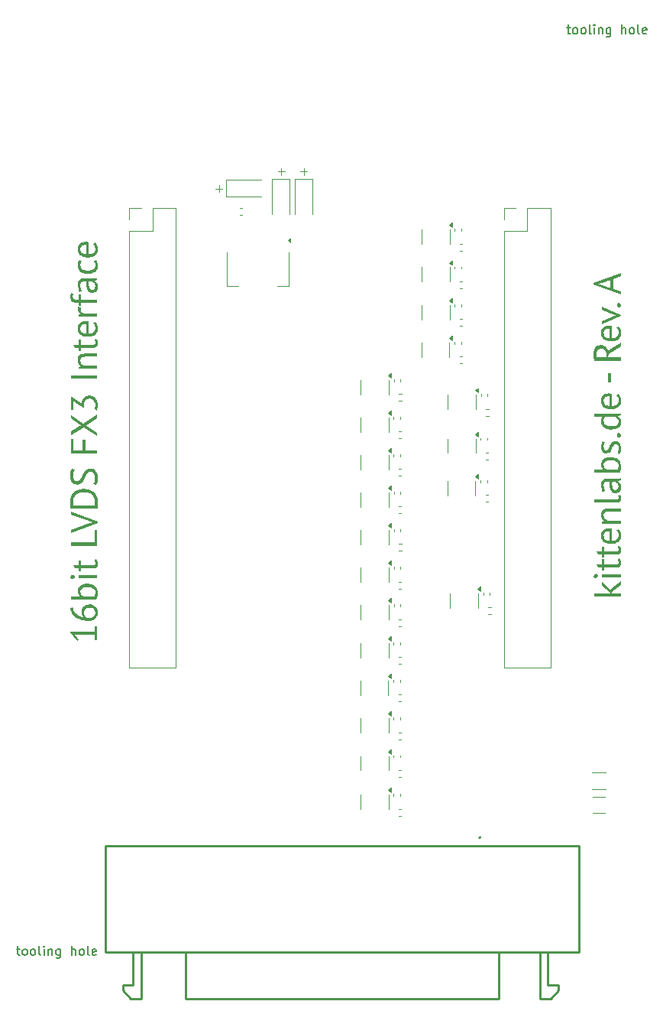
<source format=gto>
%TF.GenerationSoftware,KiCad,Pcbnew,8.0.4*%
%TF.CreationDate,2024-12-14T22:45:00+01:00*%
%TF.ProjectId,SpicyLightFX3,53706963-794c-4696-9768-744658332e6b,rev?*%
%TF.SameCoordinates,Original*%
%TF.FileFunction,Legend,Top*%
%TF.FilePolarity,Positive*%
%FSLAX46Y46*%
G04 Gerber Fmt 4.6, Leading zero omitted, Abs format (unit mm)*
G04 Created by KiCad (PCBNEW 8.0.4) date 2024-12-14 22:45:00*
%MOMM*%
%LPD*%
G01*
G04 APERTURE LIST*
%ADD10C,0.100000*%
%ADD11C,0.150000*%
%ADD12C,0.120000*%
%ADD13C,0.250000*%
%ADD14C,0.200000*%
G04 APERTURE END LIST*
D10*
G36*
X121505212Y-91213991D02*
G01*
X121505212Y-91408164D01*
X122490000Y-91408164D01*
X122490000Y-91745219D01*
X119535638Y-91745219D01*
X119535638Y-91408164D01*
X121317634Y-91408164D01*
X121259748Y-91235240D01*
X120379741Y-90580913D01*
X120379741Y-90188171D01*
X121212121Y-90833705D01*
X121348408Y-91006629D01*
X121519867Y-90795603D01*
X122490000Y-90091451D01*
X122490000Y-90509106D01*
X121505212Y-91213991D01*
G37*
G36*
X120379741Y-89663537D02*
G01*
X120379741Y-89325749D01*
X122490000Y-89325749D01*
X122490000Y-89663537D01*
X120379741Y-89663537D01*
G37*
G36*
X119729811Y-89734612D02*
G01*
X119587450Y-89691561D01*
X119559818Y-89669399D01*
X119491242Y-89539726D01*
X119488743Y-89503070D01*
X119532124Y-89362964D01*
X119559818Y-89330146D01*
X119693696Y-89260863D01*
X119729811Y-89258338D01*
X119872219Y-89309459D01*
X119893210Y-89330146D01*
X119955423Y-89466181D01*
X119957690Y-89503070D01*
X119915123Y-89643682D01*
X119893210Y-89669399D01*
X119759882Y-89733020D01*
X119729811Y-89734612D01*
G37*
G36*
X120379741Y-88888310D02*
G01*
X120379741Y-88558583D01*
X119961353Y-88558583D01*
X119863900Y-88221527D01*
X120379741Y-88221527D01*
X120379741Y-87647068D01*
X120661109Y-87647068D01*
X120661109Y-88221527D01*
X121848129Y-88221527D01*
X121996850Y-88213799D01*
X122144746Y-88176394D01*
X122163203Y-88166573D01*
X122249756Y-88041688D01*
X122255526Y-87981193D01*
X122241101Y-87835288D01*
X122229881Y-87795079D01*
X122174606Y-87655010D01*
X122161737Y-87626552D01*
X122396210Y-87550348D01*
X122459451Y-87685073D01*
X122498060Y-87799476D01*
X122528361Y-87948721D01*
X122536894Y-88090369D01*
X122522583Y-88236299D01*
X122467628Y-88372312D01*
X122390348Y-88453070D01*
X122252721Y-88517367D01*
X122095686Y-88548279D01*
X121942339Y-88558170D01*
X121900153Y-88558583D01*
X120661109Y-88558583D01*
X120661109Y-88888310D01*
X120379741Y-88888310D01*
G37*
G36*
X120379741Y-87466817D02*
G01*
X120379741Y-87137089D01*
X119961353Y-87137089D01*
X119863900Y-86800034D01*
X120379741Y-86800034D01*
X120379741Y-86225575D01*
X120661109Y-86225575D01*
X120661109Y-86800034D01*
X121848129Y-86800034D01*
X121996850Y-86792306D01*
X122144746Y-86754900D01*
X122163203Y-86745079D01*
X122249756Y-86620195D01*
X122255526Y-86559699D01*
X122241101Y-86413795D01*
X122229881Y-86373586D01*
X122174606Y-86233516D01*
X122161737Y-86205059D01*
X122396210Y-86128855D01*
X122459451Y-86263579D01*
X122498060Y-86377982D01*
X122528361Y-86527228D01*
X122536894Y-86668876D01*
X122522583Y-86814806D01*
X122467628Y-86950819D01*
X122390348Y-87031576D01*
X122252721Y-87095873D01*
X122095686Y-87126785D01*
X121942339Y-87136677D01*
X121900153Y-87137089D01*
X120661109Y-87137089D01*
X120661109Y-87466817D01*
X120379741Y-87466817D01*
G37*
G36*
X121339066Y-84204526D02*
G01*
X121494388Y-84222183D01*
X121505212Y-84223761D01*
X121505212Y-85578576D01*
X121654437Y-85571283D01*
X121805746Y-85545088D01*
X121823217Y-85540474D01*
X121965566Y-85484394D01*
X122057690Y-85422504D01*
X122155918Y-85310001D01*
X122204968Y-85213677D01*
X122242887Y-85070428D01*
X122255329Y-84921644D01*
X122255526Y-84898604D01*
X122235674Y-84746585D01*
X122185184Y-84612107D01*
X122108981Y-84486444D01*
X122021053Y-84396684D01*
X122302421Y-84269922D01*
X122388614Y-84393321D01*
X122453078Y-84530259D01*
X122473879Y-84588659D01*
X122512279Y-84735938D01*
X122532956Y-84889811D01*
X122536894Y-84996056D01*
X122527716Y-85153841D01*
X122496770Y-85308984D01*
X122459225Y-85413712D01*
X122384993Y-85547385D01*
X122288511Y-85660258D01*
X122236475Y-85705338D01*
X122109165Y-85787941D01*
X121974904Y-85847018D01*
X121889162Y-85873865D01*
X121744239Y-85905153D01*
X121587541Y-85923453D01*
X121434870Y-85928820D01*
X121272851Y-85922952D01*
X121123389Y-85905350D01*
X120960612Y-85868736D01*
X120815918Y-85815224D01*
X120669964Y-85731435D01*
X120614947Y-85688485D01*
X120505027Y-85573165D01*
X120422105Y-85438141D01*
X120366181Y-85283411D01*
X120339734Y-85135102D01*
X120332847Y-85000453D01*
X120333115Y-84996056D01*
X120614214Y-84996056D01*
X120627738Y-85142101D01*
X120679671Y-85291853D01*
X120752700Y-85395393D01*
X120870523Y-85483959D01*
X121017755Y-85539830D01*
X121163053Y-85567628D01*
X121223845Y-85574179D01*
X121223845Y-84527110D01*
X121067270Y-84534758D01*
X120921449Y-84561645D01*
X120786829Y-84620796D01*
X120749769Y-84649476D01*
X120657105Y-84776040D01*
X120617524Y-84928476D01*
X120614214Y-84996056D01*
X120333115Y-84996056D01*
X120342152Y-84847862D01*
X120365819Y-84713223D01*
X120416825Y-84569111D01*
X120489651Y-84456035D01*
X120599560Y-84352354D01*
X120726986Y-84279064D01*
X120747571Y-84269922D01*
X120887808Y-84226165D01*
X121042609Y-84203795D01*
X121187941Y-84198115D01*
X121339066Y-84204526D01*
G37*
G36*
X122490000Y-82322330D02*
G01*
X121280265Y-82322330D01*
X121125201Y-82328283D01*
X120975059Y-82349213D01*
X120826500Y-82395259D01*
X120782009Y-82417585D01*
X120673369Y-82520625D01*
X120622244Y-82662322D01*
X120614214Y-82765631D01*
X120631216Y-82922320D01*
X120688006Y-83067416D01*
X120735115Y-83134926D01*
X120843504Y-83238655D01*
X120972210Y-83314087D01*
X121038464Y-83339357D01*
X122490000Y-83339357D01*
X122490000Y-83676412D01*
X120379741Y-83676412D01*
X120379741Y-83440474D01*
X120640593Y-83377459D01*
X120640593Y-83360606D01*
X120531880Y-83258305D01*
X120441680Y-83129637D01*
X120419309Y-83088031D01*
X120366621Y-82950713D01*
X120338251Y-82794848D01*
X120332847Y-82680634D01*
X120341702Y-82527856D01*
X120373147Y-82377285D01*
X120437135Y-82243874D01*
X120513831Y-82159664D01*
X120640913Y-82079793D01*
X120785673Y-82029239D01*
X120939262Y-82000299D01*
X121092457Y-81987336D01*
X121217250Y-81984542D01*
X122490000Y-81984542D01*
X122490000Y-82322330D01*
G37*
G36*
X121980020Y-81006350D02*
G01*
X122126689Y-80988526D01*
X122192512Y-80955791D01*
X122255465Y-80817951D01*
X122255526Y-80812176D01*
X122247466Y-80694207D01*
X122209364Y-80550592D01*
X122464354Y-80512490D01*
X122508521Y-80657345D01*
X122516378Y-80700802D01*
X122534891Y-80851140D01*
X122536894Y-80909629D01*
X122516418Y-81062781D01*
X122449034Y-81198236D01*
X122429916Y-81221772D01*
X122307058Y-81305420D01*
X122156207Y-81339835D01*
X122065017Y-81344137D01*
X119535638Y-81344137D01*
X119535638Y-81006350D01*
X121980020Y-81006350D01*
G37*
G36*
X122490000Y-78915875D02*
G01*
X122210830Y-79004535D01*
X122210830Y-79025784D01*
X122325179Y-79117486D01*
X122328799Y-79121039D01*
X122420562Y-79238287D01*
X122432114Y-79258059D01*
X122493008Y-79398505D01*
X122506852Y-79443440D01*
X122533344Y-79594548D01*
X122536894Y-79683775D01*
X122521654Y-79837418D01*
X122493663Y-79935100D01*
X122426229Y-80067793D01*
X122372030Y-80135868D01*
X122253635Y-80231002D01*
X122180788Y-80268492D01*
X122037681Y-80308871D01*
X121927264Y-80316852D01*
X121773912Y-80302406D01*
X121628191Y-80250520D01*
X121612191Y-80241381D01*
X121492189Y-80143250D01*
X121410690Y-80028157D01*
X121349435Y-79887625D01*
X121309404Y-79734674D01*
X121302979Y-79699162D01*
X121283333Y-79549513D01*
X121273289Y-79402379D01*
X121270900Y-79282972D01*
X121552107Y-79282972D01*
X121557532Y-79436398D01*
X121567494Y-79538694D01*
X121598089Y-79688916D01*
X121623182Y-79757780D01*
X121704934Y-79883360D01*
X121734556Y-79910188D01*
X121873532Y-79964624D01*
X121912609Y-79966608D01*
X122057111Y-79936829D01*
X122159539Y-79861095D01*
X122234435Y-79732444D01*
X122255526Y-79591451D01*
X122240288Y-79440703D01*
X122223286Y-79380425D01*
X122159771Y-79246138D01*
X122141953Y-79219957D01*
X122040244Y-79114170D01*
X122032777Y-79108583D01*
X121917006Y-79042637D01*
X121560900Y-79042637D01*
X121554305Y-79163537D01*
X121552107Y-79282972D01*
X121270900Y-79282972D01*
X121270739Y-79274912D01*
X121270739Y-79159141D01*
X121278799Y-79042637D01*
X121126415Y-79031932D01*
X121044326Y-79030181D01*
X120897073Y-79041177D01*
X120750971Y-79091612D01*
X120710202Y-79123237D01*
X120638211Y-79253846D01*
X120615714Y-79402052D01*
X120614214Y-79461025D01*
X120627280Y-79609735D01*
X120628136Y-79614898D01*
X120659632Y-79761879D01*
X120665505Y-79783426D01*
X120713419Y-79923592D01*
X120724124Y-79948290D01*
X120796423Y-80077819D01*
X120801793Y-80085310D01*
X120520425Y-80190823D01*
X120450779Y-80051736D01*
X120401303Y-79907892D01*
X120379009Y-79817131D01*
X120352727Y-79668288D01*
X120337355Y-79514944D01*
X120332847Y-79371632D01*
X120341193Y-79219476D01*
X120372028Y-79072696D01*
X120392198Y-79019922D01*
X120470328Y-78890066D01*
X120546803Y-78816957D01*
X120679384Y-78745144D01*
X120755631Y-78723900D01*
X120905657Y-78703223D01*
X120984242Y-78700453D01*
X121141478Y-78701741D01*
X121296282Y-78705605D01*
X121448652Y-78712045D01*
X121478834Y-78713642D01*
X121627069Y-78720211D01*
X121784506Y-78724626D01*
X121936057Y-78726098D01*
X122088098Y-78722984D01*
X122232079Y-78713642D01*
X122382208Y-78692313D01*
X122490000Y-78666747D01*
X122490000Y-78915875D01*
G37*
G36*
X121573851Y-76335212D02*
G01*
X121727653Y-76355015D01*
X121895024Y-76396205D01*
X122043642Y-76456406D01*
X122173507Y-76535618D01*
X122249665Y-76598987D01*
X122361583Y-76727475D01*
X122435634Y-76854352D01*
X122489490Y-76996684D01*
X122523150Y-77154473D01*
X122536614Y-77327717D01*
X122536894Y-77358094D01*
X122530920Y-77515524D01*
X122512997Y-77662391D01*
X122486336Y-77786740D01*
X122443332Y-77926999D01*
X122383081Y-78062973D01*
X122375694Y-78075435D01*
X119535638Y-78075435D01*
X119535638Y-77738380D01*
X120590767Y-77738380D01*
X120590767Y-77721527D01*
X120482140Y-77611069D01*
X120405257Y-77483889D01*
X120400990Y-77474598D01*
X120352079Y-77327981D01*
X120336702Y-77206419D01*
X120614214Y-77206419D01*
X120631216Y-77353457D01*
X120694027Y-77496611D01*
X120735115Y-77548604D01*
X120849197Y-77642844D01*
X120983699Y-77709013D01*
X121075101Y-77738380D01*
X122161004Y-77738380D01*
X122218569Y-77599208D01*
X122232079Y-77544207D01*
X122252229Y-77398177D01*
X122255526Y-77307536D01*
X122239182Y-77155539D01*
X122182681Y-77008135D01*
X122085824Y-76883342D01*
X122048897Y-76850313D01*
X121914237Y-76767430D01*
X121763592Y-76716529D01*
X121607886Y-76689571D01*
X121456675Y-76679525D01*
X121402630Y-76678855D01*
X121249992Y-76685456D01*
X121097470Y-76707048D01*
X121088290Y-76708897D01*
X120944786Y-76749550D01*
X120838429Y-76801220D01*
X120721447Y-76899705D01*
X120675031Y-76963886D01*
X120622767Y-77104994D01*
X120614214Y-77206419D01*
X120336702Y-77206419D01*
X120333446Y-77180679D01*
X120332847Y-77147801D01*
X120342069Y-77001416D01*
X120376139Y-76848865D01*
X120445817Y-76698564D01*
X120548285Y-76573909D01*
X120595163Y-76533775D01*
X120723671Y-76453833D01*
X120879668Y-76393526D01*
X121035259Y-76357462D01*
X121211045Y-76335823D01*
X121372961Y-76328811D01*
X121407027Y-76328611D01*
X121573851Y-76335212D01*
G37*
G36*
X121929462Y-74881472D02*
G01*
X121782147Y-74917490D01*
X121732358Y-74957675D01*
X121645713Y-75078765D01*
X121613656Y-75145254D01*
X121557520Y-75285614D01*
X121520600Y-75389985D01*
X121462202Y-75532696D01*
X121405561Y-75634717D01*
X121313675Y-75749477D01*
X121224577Y-75823028D01*
X121084735Y-75881916D01*
X120937273Y-75898425D01*
X120925624Y-75898499D01*
X120765912Y-75884820D01*
X120618908Y-75837536D01*
X120494230Y-75746515D01*
X120475729Y-75725575D01*
X120394381Y-75590759D01*
X120349730Y-75440549D01*
X120333405Y-75282847D01*
X120332847Y-75244905D01*
X120337782Y-75096983D01*
X120356340Y-74944715D01*
X120374612Y-74863153D01*
X120420225Y-74718806D01*
X120473531Y-74594975D01*
X120754898Y-74674842D01*
X120691071Y-74812114D01*
X120657445Y-74909315D01*
X120623713Y-75060276D01*
X120614214Y-75202407D01*
X120628382Y-75354992D01*
X120678695Y-75474982D01*
X120804032Y-75551227D01*
X120902177Y-75561444D01*
X121046236Y-75515380D01*
X121075833Y-75485973D01*
X121158929Y-75357882D01*
X121187941Y-75297661D01*
X121245205Y-75157301D01*
X121283196Y-75052930D01*
X121340721Y-74917236D01*
X121405561Y-74807466D01*
X121503217Y-74692937D01*
X121596803Y-74619888D01*
X121740490Y-74560428D01*
X121889875Y-74543758D01*
X121901618Y-74543684D01*
X122047961Y-74557826D01*
X122154410Y-74588380D01*
X122288076Y-74662512D01*
X122355910Y-74725400D01*
X122443316Y-74851051D01*
X122488534Y-74955477D01*
X122524804Y-75104587D01*
X122536705Y-75254894D01*
X122536894Y-75277878D01*
X122531959Y-75435040D01*
X122515318Y-75586938D01*
X122495129Y-75687473D01*
X122452592Y-75833554D01*
X122396210Y-75970306D01*
X122114842Y-75869190D01*
X122174038Y-75732799D01*
X122211563Y-75615666D01*
X122243119Y-75468383D01*
X122255355Y-75319168D01*
X122255526Y-75299127D01*
X122241922Y-75152827D01*
X122188824Y-75007608D01*
X122184452Y-75000174D01*
X122068789Y-74904192D01*
X121929462Y-74881472D01*
G37*
G36*
X122302421Y-74161199D02*
G01*
X122160455Y-74121397D01*
X122130963Y-74095987D01*
X122070163Y-73960286D01*
X122067948Y-73920865D01*
X122103394Y-73775784D01*
X122130963Y-73739148D01*
X122263128Y-73674107D01*
X122302421Y-73671737D01*
X122446568Y-73716239D01*
X122472414Y-73739148D01*
X122533809Y-73873100D01*
X122536894Y-73920865D01*
X122497539Y-74065067D01*
X122472414Y-74095987D01*
X122334199Y-74159607D01*
X122302421Y-74161199D01*
G37*
G36*
X122490000Y-71710955D02*
G01*
X122193977Y-71795219D01*
X122193977Y-71812072D01*
X122313810Y-71900388D01*
X122414288Y-72017877D01*
X122439441Y-72056803D01*
X122502538Y-72196253D01*
X122532231Y-72341075D01*
X122536894Y-72432693D01*
X122527543Y-72583337D01*
X122492997Y-72739815D01*
X122432996Y-72875536D01*
X122333253Y-73005229D01*
X122270914Y-73059908D01*
X122139851Y-73139565D01*
X121980038Y-73199656D01*
X121820171Y-73235592D01*
X121670813Y-73254557D01*
X121506787Y-73263541D01*
X121437069Y-73264340D01*
X121274205Y-73258114D01*
X121124042Y-73239438D01*
X120960612Y-73200592D01*
X120815471Y-73143817D01*
X120688621Y-73069113D01*
X120614214Y-73009350D01*
X120504580Y-72888285D01*
X120421873Y-72748848D01*
X120366094Y-72591038D01*
X120339716Y-72441149D01*
X120332847Y-72305931D01*
X120333249Y-72293474D01*
X120614214Y-72293474D01*
X120629748Y-72447133D01*
X120683443Y-72594480D01*
X120775492Y-72717212D01*
X120810586Y-72749232D01*
X120939238Y-72828927D01*
X121084833Y-72877871D01*
X121236347Y-72903792D01*
X121384132Y-72913452D01*
X121437069Y-72914096D01*
X121586674Y-72908906D01*
X121736071Y-72891830D01*
X121764598Y-72886985D01*
X121912773Y-72847474D01*
X122023251Y-72796126D01*
X122140145Y-72700986D01*
X122193244Y-72629064D01*
X122245247Y-72490621D01*
X122255526Y-72377738D01*
X122239452Y-72228639D01*
X122180067Y-72086207D01*
X122141221Y-72035554D01*
X122018623Y-71940065D01*
X121877596Y-71882774D01*
X121794640Y-71862630D01*
X120726322Y-71862630D01*
X120653460Y-71994668D01*
X120640593Y-72036287D01*
X120617924Y-72182088D01*
X120614214Y-72293474D01*
X120333249Y-72293474D01*
X120337603Y-72158510D01*
X120349699Y-72059001D01*
X120386931Y-71914471D01*
X120404654Y-71862630D01*
X119535638Y-71862630D01*
X119535638Y-71525575D01*
X121758004Y-71525575D01*
X121913354Y-71524957D01*
X122068859Y-71522892D01*
X122147083Y-71521179D01*
X122298551Y-71511722D01*
X122447776Y-71491045D01*
X122490000Y-71483077D01*
X122490000Y-71710955D01*
G37*
G36*
X121339066Y-69280311D02*
G01*
X121494388Y-69297968D01*
X121505212Y-69299546D01*
X121505212Y-70654361D01*
X121654437Y-70647068D01*
X121805746Y-70620873D01*
X121823217Y-70616259D01*
X121965566Y-70560179D01*
X122057690Y-70498290D01*
X122155918Y-70385786D01*
X122204968Y-70289462D01*
X122242887Y-70146213D01*
X122255329Y-69997429D01*
X122255526Y-69974389D01*
X122235674Y-69822370D01*
X122185184Y-69687892D01*
X122108981Y-69562229D01*
X122021053Y-69472470D01*
X122302421Y-69345708D01*
X122388614Y-69469106D01*
X122453078Y-69606044D01*
X122473879Y-69664444D01*
X122512279Y-69811723D01*
X122532956Y-69965596D01*
X122536894Y-70071841D01*
X122527716Y-70229626D01*
X122496770Y-70384770D01*
X122459225Y-70489497D01*
X122384993Y-70623170D01*
X122288511Y-70736043D01*
X122236475Y-70781123D01*
X122109165Y-70863726D01*
X121974904Y-70922803D01*
X121889162Y-70949650D01*
X121744239Y-70980938D01*
X121587541Y-70999238D01*
X121434870Y-71004605D01*
X121272851Y-70998737D01*
X121123389Y-70981135D01*
X120960612Y-70944521D01*
X120815918Y-70891009D01*
X120669964Y-70807220D01*
X120614947Y-70764270D01*
X120505027Y-70648950D01*
X120422105Y-70513926D01*
X120366181Y-70359196D01*
X120339734Y-70210887D01*
X120332847Y-70076238D01*
X120333115Y-70071841D01*
X120614214Y-70071841D01*
X120627738Y-70217886D01*
X120679671Y-70367638D01*
X120752700Y-70471179D01*
X120870523Y-70559744D01*
X121017755Y-70615615D01*
X121163053Y-70643413D01*
X121223845Y-70649964D01*
X121223845Y-69602895D01*
X121067270Y-69610543D01*
X120921449Y-69637430D01*
X120786829Y-69696581D01*
X120749769Y-69725261D01*
X120657105Y-69851825D01*
X120617524Y-70004261D01*
X120614214Y-70071841D01*
X120333115Y-70071841D01*
X120342152Y-69923647D01*
X120365819Y-69789008D01*
X120416825Y-69644896D01*
X120489651Y-69531821D01*
X120599560Y-69428139D01*
X120726986Y-69354849D01*
X120747571Y-69345708D01*
X120887808Y-69301950D01*
X121042609Y-69279580D01*
X121187941Y-69273900D01*
X121339066Y-69280311D01*
G37*
G36*
X121083161Y-68045847D02*
G01*
X121083161Y-67024423D01*
X121411423Y-67024423D01*
X121411423Y-68045847D01*
X121083161Y-68045847D01*
G37*
G36*
X122490000Y-64062735D02*
G01*
X121176950Y-64877529D01*
X121116866Y-65290788D01*
X122490000Y-65290788D01*
X122490000Y-65641032D01*
X119552491Y-65641032D01*
X119528729Y-65491366D01*
X119511185Y-65335815D01*
X119505596Y-65271737D01*
X119495327Y-65120165D01*
X119489550Y-64967358D01*
X119488743Y-64889985D01*
X119489135Y-64881193D01*
X119817006Y-64881193D01*
X119817006Y-64995498D01*
X119821402Y-65109071D01*
X119829462Y-65213119D01*
X119841186Y-65290788D01*
X120895582Y-65290788D01*
X120895582Y-64961793D01*
X120884628Y-64805809D01*
X120846761Y-64651393D01*
X120781845Y-64516868D01*
X120757096Y-64480390D01*
X120643028Y-64372343D01*
X120507474Y-64313038D01*
X120359534Y-64291355D01*
X120323321Y-64290613D01*
X120168830Y-64312561D01*
X120036183Y-64378403D01*
X119959888Y-64446684D01*
X119872819Y-64580946D01*
X119828308Y-64734251D01*
X119817006Y-64881193D01*
X119489135Y-64881193D01*
X119495636Y-64735364D01*
X119516315Y-64587031D01*
X119530509Y-64520690D01*
X119576931Y-64375593D01*
X119650015Y-64238185D01*
X119667529Y-64212944D01*
X119769710Y-64099675D01*
X119897652Y-64009912D01*
X119916657Y-63999720D01*
X120064058Y-63944622D01*
X120210719Y-63921954D01*
X120291081Y-63919120D01*
X120453426Y-63930981D01*
X120599743Y-63966564D01*
X120745190Y-64034950D01*
X120844291Y-64108897D01*
X120952219Y-64223702D01*
X121037774Y-64354621D01*
X121100957Y-64501653D01*
X121126392Y-64590299D01*
X121286859Y-64388066D01*
X122490000Y-63653139D01*
X122490000Y-64062735D01*
G37*
G36*
X121339066Y-61771309D02*
G01*
X121494388Y-61788966D01*
X121505212Y-61790544D01*
X121505212Y-63145359D01*
X121654437Y-63138066D01*
X121805746Y-63111871D01*
X121823217Y-63107257D01*
X121965566Y-63051177D01*
X122057690Y-62989287D01*
X122155918Y-62876784D01*
X122204968Y-62780460D01*
X122242887Y-62637211D01*
X122255329Y-62488427D01*
X122255526Y-62465387D01*
X122235674Y-62313368D01*
X122185184Y-62178890D01*
X122108981Y-62053227D01*
X122021053Y-61963467D01*
X122302421Y-61836705D01*
X122388614Y-61960104D01*
X122453078Y-62097042D01*
X122473879Y-62155442D01*
X122512279Y-62302721D01*
X122532956Y-62456594D01*
X122536894Y-62562839D01*
X122527716Y-62720624D01*
X122496770Y-62875767D01*
X122459225Y-62980495D01*
X122384993Y-63114168D01*
X122288511Y-63227041D01*
X122236475Y-63272121D01*
X122109165Y-63354724D01*
X121974904Y-63413801D01*
X121889162Y-63440648D01*
X121744239Y-63471936D01*
X121587541Y-63490236D01*
X121434870Y-63495603D01*
X121272851Y-63489735D01*
X121123389Y-63472133D01*
X120960612Y-63435519D01*
X120815918Y-63382007D01*
X120669964Y-63298218D01*
X120614947Y-63255268D01*
X120505027Y-63139948D01*
X120422105Y-63004924D01*
X120366181Y-62850194D01*
X120339734Y-62701885D01*
X120332847Y-62567236D01*
X120333115Y-62562839D01*
X120614214Y-62562839D01*
X120627738Y-62708884D01*
X120679671Y-62858636D01*
X120752700Y-62962176D01*
X120870523Y-63050742D01*
X121017755Y-63106613D01*
X121163053Y-63134411D01*
X121223845Y-63140962D01*
X121223845Y-62093893D01*
X121067270Y-62101541D01*
X120921449Y-62128428D01*
X120786829Y-62187579D01*
X120749769Y-62216259D01*
X120657105Y-62342823D01*
X120617524Y-62495259D01*
X120614214Y-62562839D01*
X120333115Y-62562839D01*
X120342152Y-62414645D01*
X120365819Y-62280006D01*
X120416825Y-62135894D01*
X120489651Y-62022818D01*
X120599560Y-61919137D01*
X120726986Y-61845847D01*
X120747571Y-61836705D01*
X120887808Y-61792948D01*
X121042609Y-61770578D01*
X121187941Y-61764898D01*
X121339066Y-61771309D01*
G37*
G36*
X121616587Y-60729553D02*
G01*
X122017390Y-60611583D01*
X122017390Y-60607187D01*
X121607794Y-60501674D01*
X120379741Y-60029064D01*
X120379741Y-59666363D01*
X122536894Y-60564689D01*
X122536894Y-60708303D01*
X120379741Y-61624214D01*
X120379741Y-61235868D01*
X121616587Y-60729553D01*
G37*
G36*
X122302421Y-59735240D02*
G01*
X122160455Y-59695437D01*
X122130963Y-59670027D01*
X122070163Y-59534326D01*
X122067948Y-59494905D01*
X122103394Y-59349825D01*
X122130963Y-59313188D01*
X122263128Y-59248147D01*
X122302421Y-59245777D01*
X122446568Y-59290279D01*
X122472414Y-59313188D01*
X122533809Y-59447140D01*
X122536894Y-59494905D01*
X122497539Y-59639107D01*
X122472414Y-59670027D01*
X122334199Y-59733648D01*
X122302421Y-59735240D01*
G37*
G36*
X122490000Y-56317794D02*
G01*
X121692791Y-56621144D01*
X121692791Y-57709978D01*
X122490000Y-58006001D01*
X122490000Y-58351848D01*
X119488743Y-57233705D01*
X119488743Y-57161897D01*
X120020704Y-57161897D01*
X120020704Y-57165561D01*
X120475729Y-57271074D01*
X121364528Y-57596405D01*
X121364528Y-56726657D01*
X120466936Y-57056384D01*
X120020704Y-57161897D01*
X119488743Y-57161897D01*
X119488743Y-57073237D01*
X122490000Y-55949964D01*
X122490000Y-56317794D01*
G37*
G36*
X64161737Y-96544242D02*
G01*
X64161737Y-95953663D01*
X62138674Y-95953663D01*
X61891744Y-95911165D01*
X62091046Y-96080425D01*
X62426636Y-96544242D01*
X62211214Y-96704710D01*
X61488743Y-95776343D01*
X61488743Y-95623935D01*
X64161737Y-95623935D01*
X64161737Y-95045812D01*
X64490000Y-95045812D01*
X64490000Y-96544242D01*
X64161737Y-96544242D01*
G37*
G36*
X63760283Y-92644198D02*
G01*
X63904784Y-92673584D01*
X63969030Y-92693754D01*
X64108497Y-92755704D01*
X64231976Y-92838971D01*
X64264319Y-92866678D01*
X64364998Y-92976713D01*
X64445200Y-93108066D01*
X64464354Y-93149511D01*
X64511321Y-93294179D01*
X64533423Y-93441458D01*
X64536894Y-93533461D01*
X64527414Y-93685754D01*
X64495750Y-93837250D01*
X64469483Y-93913014D01*
X64398016Y-94051640D01*
X64301585Y-94172595D01*
X64269448Y-94203907D01*
X64151654Y-94294018D01*
X64013786Y-94365506D01*
X63943384Y-94392219D01*
X63789958Y-94431958D01*
X63634653Y-94452273D01*
X63497152Y-94457431D01*
X63343099Y-94453645D01*
X63193631Y-94442285D01*
X63025047Y-94419459D01*
X62862704Y-94386325D01*
X62728520Y-94349720D01*
X62578995Y-94298670D01*
X62438165Y-94239765D01*
X62306031Y-94173007D01*
X62165667Y-94087094D01*
X62115959Y-94052233D01*
X61991716Y-93952994D01*
X61879837Y-93845054D01*
X61780324Y-93728412D01*
X61693175Y-93603070D01*
X61619398Y-93470584D01*
X61560734Y-93332510D01*
X61517182Y-93188849D01*
X61488743Y-93039602D01*
X61770111Y-92967794D01*
X61804114Y-93111564D01*
X61858708Y-93260123D01*
X61931311Y-93398639D01*
X62018909Y-93526418D01*
X62119494Y-93642769D01*
X62222205Y-93738625D01*
X62346198Y-93832220D01*
X62480408Y-93913521D01*
X62611284Y-93976762D01*
X62760858Y-94033725D01*
X62913377Y-94076662D01*
X63054584Y-94103524D01*
X62940640Y-94005636D01*
X62854567Y-93885583D01*
X62848688Y-93875645D01*
X62787963Y-93733414D01*
X62759386Y-93581087D01*
X62758180Y-93554710D01*
X63036266Y-93554710D01*
X63050589Y-93701748D01*
X63098430Y-93843132D01*
X63138115Y-93911549D01*
X63231641Y-94024950D01*
X63350893Y-94111961D01*
X63366727Y-94119644D01*
X63464180Y-94128436D01*
X63548443Y-94128436D01*
X63694837Y-94117076D01*
X63807096Y-94092533D01*
X63948069Y-94035948D01*
X64033510Y-93981158D01*
X64137801Y-93878008D01*
X64193977Y-93792847D01*
X64243745Y-93654206D01*
X64255526Y-93529064D01*
X64235646Y-93378557D01*
X64209364Y-93307780D01*
X64128953Y-93183921D01*
X64081870Y-93136322D01*
X63955113Y-93052825D01*
X63886964Y-93024947D01*
X63737499Y-92990314D01*
X63641500Y-92984647D01*
X63484222Y-92995659D01*
X63336932Y-93033727D01*
X63208303Y-93107007D01*
X63188674Y-93123866D01*
X63095800Y-93249712D01*
X63048322Y-93402726D01*
X63036266Y-93554710D01*
X62758180Y-93554710D01*
X62754898Y-93482903D01*
X62765662Y-93317359D01*
X62797955Y-93168224D01*
X62861221Y-93017877D01*
X62952606Y-92888963D01*
X62979846Y-92860083D01*
X63103494Y-92761348D01*
X63249490Y-92690823D01*
X63395569Y-92652255D01*
X63558759Y-92635284D01*
X63608527Y-92634403D01*
X63760283Y-92644198D01*
G37*
G36*
X63573851Y-90356356D02*
G01*
X63727653Y-90376159D01*
X63895024Y-90417349D01*
X64043642Y-90477551D01*
X64173507Y-90556763D01*
X64249665Y-90620132D01*
X64361583Y-90748620D01*
X64435634Y-90875497D01*
X64489490Y-91017829D01*
X64523150Y-91175618D01*
X64536614Y-91348862D01*
X64536894Y-91379239D01*
X64530920Y-91536669D01*
X64512997Y-91683536D01*
X64486336Y-91807885D01*
X64443332Y-91948144D01*
X64383081Y-92084118D01*
X64375694Y-92096580D01*
X61535638Y-92096580D01*
X61535638Y-91759525D01*
X62590767Y-91759525D01*
X62590767Y-91742672D01*
X62482140Y-91632213D01*
X62405257Y-91505034D01*
X62400990Y-91495743D01*
X62352079Y-91349125D01*
X62336702Y-91227564D01*
X62614214Y-91227564D01*
X62631216Y-91374602D01*
X62694027Y-91517756D01*
X62735115Y-91569748D01*
X62849197Y-91663989D01*
X62983699Y-91730158D01*
X63075101Y-91759525D01*
X64161004Y-91759525D01*
X64218569Y-91620352D01*
X64232079Y-91565352D01*
X64252229Y-91419321D01*
X64255526Y-91328681D01*
X64239182Y-91176684D01*
X64182681Y-91029279D01*
X64085824Y-90904487D01*
X64048897Y-90871458D01*
X63914237Y-90788575D01*
X63763592Y-90737673D01*
X63607886Y-90710716D01*
X63456675Y-90700669D01*
X63402630Y-90700000D01*
X63249992Y-90706600D01*
X63097470Y-90728193D01*
X63088290Y-90730041D01*
X62944786Y-90770695D01*
X62838429Y-90822365D01*
X62721447Y-90920850D01*
X62675031Y-90985031D01*
X62622767Y-91126138D01*
X62614214Y-91227564D01*
X62336702Y-91227564D01*
X62333446Y-91201824D01*
X62332847Y-91168946D01*
X62342069Y-91022560D01*
X62376139Y-90870010D01*
X62445817Y-90719709D01*
X62548285Y-90595053D01*
X62595163Y-90554919D01*
X62723671Y-90474977D01*
X62879668Y-90414670D01*
X63035259Y-90378606D01*
X63211045Y-90356968D01*
X63372961Y-90349956D01*
X63407027Y-90349755D01*
X63573851Y-90356356D01*
G37*
G36*
X62379741Y-89759909D02*
G01*
X62379741Y-89422121D01*
X64490000Y-89422121D01*
X64490000Y-89759909D01*
X62379741Y-89759909D01*
G37*
G36*
X61729811Y-89830983D02*
G01*
X61587450Y-89787933D01*
X61559818Y-89765771D01*
X61491242Y-89636098D01*
X61488743Y-89599441D01*
X61532124Y-89459336D01*
X61559818Y-89426517D01*
X61693696Y-89357234D01*
X61729811Y-89354710D01*
X61872219Y-89405831D01*
X61893210Y-89426517D01*
X61955423Y-89562553D01*
X61957690Y-89599441D01*
X61915123Y-89740054D01*
X61893210Y-89765771D01*
X61759882Y-89829391D01*
X61729811Y-89830983D01*
G37*
G36*
X62379741Y-88984682D02*
G01*
X62379741Y-88654954D01*
X61961353Y-88654954D01*
X61863900Y-88317899D01*
X62379741Y-88317899D01*
X62379741Y-87743440D01*
X62661109Y-87743440D01*
X62661109Y-88317899D01*
X63848129Y-88317899D01*
X63996850Y-88310171D01*
X64144746Y-88272765D01*
X64163203Y-88262944D01*
X64249756Y-88138060D01*
X64255526Y-88077564D01*
X64241101Y-87931659D01*
X64229881Y-87891451D01*
X64174606Y-87751381D01*
X64161737Y-87722923D01*
X64396210Y-87646720D01*
X64459451Y-87781444D01*
X64498060Y-87895847D01*
X64528361Y-88045093D01*
X64536894Y-88186741D01*
X64522583Y-88332671D01*
X64467628Y-88468684D01*
X64390348Y-88549441D01*
X64252721Y-88613738D01*
X64095686Y-88644650D01*
X63942339Y-88654542D01*
X63900153Y-88654954D01*
X62661109Y-88654954D01*
X62661109Y-88984682D01*
X62379741Y-88984682D01*
G37*
G36*
X64490000Y-84383879D02*
G01*
X64490000Y-86130704D01*
X61535638Y-86130704D01*
X61535638Y-85780460D01*
X64161737Y-85780460D01*
X64161737Y-84383879D01*
X64490000Y-84383879D01*
G37*
G36*
X63566029Y-83630635D02*
G01*
X64013726Y-83529518D01*
X64013726Y-83525122D01*
X63557969Y-83415212D01*
X61535638Y-82702267D01*
X61535638Y-82352023D01*
X64536894Y-83470167D01*
X64536894Y-83626238D01*
X61535638Y-84766364D01*
X61535638Y-84381681D01*
X63566029Y-83630635D01*
G37*
G36*
X63138848Y-79853190D02*
G01*
X63285394Y-79867890D01*
X63446754Y-79896143D01*
X63569692Y-79926692D01*
X63721271Y-79977626D01*
X63862764Y-80043050D01*
X63994172Y-80122964D01*
X64062819Y-80173621D01*
X64176858Y-80276474D01*
X64277451Y-80395441D01*
X64364597Y-80530519D01*
X64407201Y-80612526D01*
X64463942Y-80754492D01*
X64504471Y-80910746D01*
X64526635Y-81059190D01*
X64536388Y-81218572D01*
X64536894Y-81266120D01*
X64535211Y-81414944D01*
X64534696Y-81441242D01*
X64529595Y-81592461D01*
X64525903Y-81663258D01*
X64518536Y-81811456D01*
X64515645Y-81873551D01*
X64503189Y-82012770D01*
X61522449Y-82012770D01*
X61506124Y-81864431D01*
X61504131Y-81833984D01*
X61496922Y-81686572D01*
X61495338Y-81626622D01*
X61492178Y-81474058D01*
X61490942Y-81415596D01*
X61488881Y-81268867D01*
X61488743Y-81223621D01*
X61489053Y-81214829D01*
X61817006Y-81214829D01*
X61817006Y-81335729D01*
X61821402Y-81464689D01*
X61829462Y-81580460D01*
X61838255Y-81662526D01*
X64191779Y-81662526D01*
X64198374Y-81582658D01*
X64202770Y-81460293D01*
X64206434Y-81337927D01*
X64208632Y-81257327D01*
X64200691Y-81098761D01*
X64173243Y-80940251D01*
X64126188Y-80800346D01*
X64108248Y-80762002D01*
X64030592Y-80633499D01*
X63927311Y-80515037D01*
X63837138Y-80441067D01*
X63702087Y-80360284D01*
X63565980Y-80303612D01*
X63445861Y-80269609D01*
X63292414Y-80240824D01*
X63135330Y-80223988D01*
X62989371Y-80219050D01*
X62834640Y-80225645D01*
X62679290Y-80245429D01*
X62575380Y-80265945D01*
X62424976Y-80310149D01*
X62285906Y-80373519D01*
X62199490Y-80426413D01*
X62082196Y-80522618D01*
X61982007Y-80640873D01*
X61924717Y-80731960D01*
X61863393Y-80875632D01*
X61829733Y-81026528D01*
X61817427Y-81178853D01*
X61817006Y-81214829D01*
X61489053Y-81214829D01*
X61494038Y-81073310D01*
X61513054Y-80912602D01*
X61545901Y-80763709D01*
X61599385Y-80610327D01*
X61668519Y-80471256D01*
X61751447Y-80346674D01*
X61859767Y-80225244D01*
X61907864Y-80181681D01*
X62038854Y-80084795D01*
X62170081Y-80012036D01*
X62313945Y-79952955D01*
X62381939Y-79931088D01*
X62541671Y-79891064D01*
X62690953Y-79866483D01*
X62847104Y-79852252D01*
X62989371Y-79848290D01*
X63138848Y-79853190D01*
G37*
G36*
X63727962Y-77932937D02*
G01*
X63579166Y-77956121D01*
X63451327Y-78031959D01*
X63444396Y-78038450D01*
X63346830Y-78148961D01*
X63265646Y-78273021D01*
X63249490Y-78302233D01*
X63182002Y-78435422D01*
X63117659Y-78577801D01*
X63089023Y-78646615D01*
X63027542Y-78781838D01*
X62951171Y-78919725D01*
X62905840Y-78990265D01*
X62810102Y-79110152D01*
X62697917Y-79212625D01*
X62640593Y-79254047D01*
X62497850Y-79322362D01*
X62340972Y-79354511D01*
X62238325Y-79359560D01*
X62074697Y-79344539D01*
X61928930Y-79299476D01*
X61801023Y-79224371D01*
X61690976Y-79119225D01*
X61602500Y-78986097D01*
X61545819Y-78848949D01*
X61508493Y-78692516D01*
X61491903Y-78543083D01*
X61488743Y-78435589D01*
X61492607Y-78278968D01*
X61504199Y-78131507D01*
X61525876Y-77979878D01*
X61528311Y-77966643D01*
X61561077Y-77821460D01*
X61610730Y-77676785D01*
X61629427Y-77637648D01*
X61957690Y-77743161D01*
X61903027Y-77880951D01*
X61862435Y-78028192D01*
X61834752Y-78175780D01*
X61820599Y-78323198D01*
X61817006Y-78452442D01*
X61828956Y-78612869D01*
X61869704Y-78757934D01*
X61939371Y-78870097D01*
X62054215Y-78965266D01*
X62195938Y-79008092D01*
X62226601Y-79009316D01*
X62374429Y-78982937D01*
X62495512Y-78903803D01*
X62597545Y-78785101D01*
X62677507Y-78659598D01*
X62688220Y-78640020D01*
X62756684Y-78506952D01*
X62825149Y-78364935D01*
X62856748Y-78296371D01*
X62923758Y-78160701D01*
X62998393Y-78032863D01*
X63052386Y-77951988D01*
X63150255Y-77832101D01*
X63262877Y-77729628D01*
X63319832Y-77688206D01*
X63459096Y-77619891D01*
X63609757Y-77587742D01*
X63707445Y-77582693D01*
X63854876Y-77593819D01*
X63999853Y-77630684D01*
X64048164Y-77650104D01*
X64181182Y-77727309D01*
X64295846Y-77832528D01*
X64309748Y-77848674D01*
X64395741Y-77973455D01*
X64458512Y-78108412D01*
X64478276Y-78165212D01*
X64513996Y-78311460D01*
X64532257Y-78458194D01*
X64536894Y-78587264D01*
X64534146Y-78738664D01*
X64524486Y-78892567D01*
X64505596Y-79043177D01*
X64492930Y-79110432D01*
X64456112Y-79263082D01*
X64406149Y-79409124D01*
X64396210Y-79431367D01*
X64067948Y-79313398D01*
X64121657Y-79174552D01*
X64162470Y-79026168D01*
X64190600Y-78877241D01*
X64204980Y-78729139D01*
X64208632Y-78599720D01*
X64200054Y-78448432D01*
X64181521Y-78338136D01*
X64135038Y-78198345D01*
X64095059Y-78127110D01*
X63992790Y-78018209D01*
X63944117Y-77985694D01*
X63802594Y-77938089D01*
X63727962Y-77932937D01*
G37*
G36*
X61535638Y-75916468D02*
G01*
X61535638Y-74308862D01*
X61863900Y-74308862D01*
X61863900Y-75566224D01*
X62848688Y-75566224D01*
X62848688Y-74393126D01*
X63176950Y-74393126D01*
X63176950Y-75566224D01*
X64490000Y-75566224D01*
X64490000Y-75916468D01*
X61535638Y-75916468D01*
G37*
G36*
X62987173Y-73013398D02*
G01*
X61535638Y-73912456D01*
X61535638Y-73490404D01*
X62535812Y-72891032D01*
X62776147Y-72785519D01*
X62535812Y-72684403D01*
X61535638Y-72051325D01*
X61535638Y-71662979D01*
X62957864Y-72591346D01*
X64490000Y-71620481D01*
X64490000Y-72030076D01*
X63431207Y-72696859D01*
X63177683Y-72810432D01*
X63431207Y-72920341D01*
X64490000Y-73604710D01*
X64490000Y-73996720D01*
X62987173Y-73013398D01*
G37*
G36*
X64255526Y-70525052D02*
G01*
X64243325Y-70378458D01*
X64212295Y-70259071D01*
X64146751Y-70125645D01*
X64085533Y-70048046D01*
X63967896Y-69952104D01*
X63885498Y-69908827D01*
X63739401Y-69866613D01*
X63630509Y-69858269D01*
X63473341Y-69872121D01*
X63327396Y-69920006D01*
X63201734Y-70012185D01*
X63182812Y-70033391D01*
X63099378Y-70169545D01*
X63053583Y-70320671D01*
X63036839Y-70478953D01*
X63036266Y-70516992D01*
X63036266Y-70829134D01*
X62915366Y-70829134D01*
X62003852Y-70220969D01*
X61822135Y-70026796D01*
X61863900Y-70300837D01*
X61863900Y-71136880D01*
X61535638Y-71136880D01*
X61535638Y-69630390D01*
X61674124Y-69630390D01*
X62655980Y-70300837D01*
X62776147Y-70448848D01*
X62784207Y-70448848D01*
X62754898Y-70305233D01*
X62770612Y-70152713D01*
X62809509Y-70011140D01*
X62816448Y-69993091D01*
X62886423Y-69859002D01*
X62982044Y-69743963D01*
X63100563Y-69650174D01*
X63231306Y-69583541D01*
X63240697Y-69579832D01*
X63390900Y-69537231D01*
X63546776Y-69521003D01*
X63582149Y-69520481D01*
X63733762Y-69530005D01*
X63885334Y-69562119D01*
X63989546Y-69601081D01*
X64124782Y-69675406D01*
X64241152Y-69768595D01*
X64288499Y-69817969D01*
X64377298Y-69937400D01*
X64447232Y-70073036D01*
X64473147Y-70141102D01*
X64511993Y-70283125D01*
X64532910Y-70431125D01*
X64536894Y-70533112D01*
X64532299Y-70681492D01*
X64515576Y-70836771D01*
X64509050Y-70875296D01*
X64475902Y-71025904D01*
X64439441Y-71141277D01*
X64161737Y-71052616D01*
X64208305Y-70910209D01*
X64228415Y-70823272D01*
X64249569Y-70672689D01*
X64255526Y-70525052D01*
G37*
G36*
X61535638Y-67665212D02*
G01*
X61535638Y-67314968D01*
X64490000Y-67314968D01*
X64490000Y-67665212D01*
X61535638Y-67665212D01*
G37*
G36*
X64490000Y-65202512D02*
G01*
X63280265Y-65202512D01*
X63125201Y-65208465D01*
X62975059Y-65229395D01*
X62826500Y-65275441D01*
X62782009Y-65297766D01*
X62673369Y-65400807D01*
X62622244Y-65542504D01*
X62614214Y-65645812D01*
X62631216Y-65802502D01*
X62688006Y-65947598D01*
X62735115Y-66015108D01*
X62843504Y-66118837D01*
X62972210Y-66194268D01*
X63038464Y-66219539D01*
X64490000Y-66219539D01*
X64490000Y-66556594D01*
X62379741Y-66556594D01*
X62379741Y-66320655D01*
X62640593Y-66257641D01*
X62640593Y-66240788D01*
X62531880Y-66138487D01*
X62441680Y-66009818D01*
X62419309Y-65968213D01*
X62366621Y-65830895D01*
X62338251Y-65675030D01*
X62332847Y-65560816D01*
X62341702Y-65408038D01*
X62373147Y-65257466D01*
X62437135Y-65124055D01*
X62513831Y-65039846D01*
X62640913Y-64959974D01*
X62785673Y-64909420D01*
X62939262Y-64880481D01*
X63092457Y-64867517D01*
X63217250Y-64864724D01*
X64490000Y-64864724D01*
X64490000Y-65202512D01*
G37*
G36*
X62379741Y-64540858D02*
G01*
X62379741Y-64211130D01*
X61961353Y-64211130D01*
X61863900Y-63874075D01*
X62379741Y-63874075D01*
X62379741Y-63299616D01*
X62661109Y-63299616D01*
X62661109Y-63874075D01*
X63848129Y-63874075D01*
X63996850Y-63866347D01*
X64144746Y-63828941D01*
X64163203Y-63819120D01*
X64249756Y-63694236D01*
X64255526Y-63633740D01*
X64241101Y-63487835D01*
X64229881Y-63447627D01*
X64174606Y-63307557D01*
X64161737Y-63279099D01*
X64396210Y-63202896D01*
X64459451Y-63337620D01*
X64498060Y-63452023D01*
X64528361Y-63601269D01*
X64536894Y-63742916D01*
X64522583Y-63888847D01*
X64467628Y-64024860D01*
X64390348Y-64105617D01*
X64252721Y-64169914D01*
X64095686Y-64200826D01*
X63942339Y-64210718D01*
X63900153Y-64211130D01*
X62661109Y-64211130D01*
X62661109Y-64540858D01*
X62379741Y-64540858D01*
G37*
G36*
X63339066Y-61278567D02*
G01*
X63494388Y-61296224D01*
X63505212Y-61297801D01*
X63505212Y-62652616D01*
X63654437Y-62645323D01*
X63805746Y-62619128D01*
X63823217Y-62614515D01*
X63965566Y-62558435D01*
X64057690Y-62496545D01*
X64155918Y-62384042D01*
X64204968Y-62287718D01*
X64242887Y-62144469D01*
X64255329Y-61995685D01*
X64255526Y-61972644D01*
X64235674Y-61820625D01*
X64185184Y-61686147D01*
X64108981Y-61560484D01*
X64021053Y-61470725D01*
X64302421Y-61343963D01*
X64388614Y-61467362D01*
X64453078Y-61604300D01*
X64473879Y-61662700D01*
X64512279Y-61809979D01*
X64532956Y-61963852D01*
X64536894Y-62070097D01*
X64527716Y-62227881D01*
X64496770Y-62383025D01*
X64459225Y-62487752D01*
X64384993Y-62621425D01*
X64288511Y-62734298D01*
X64236475Y-62779378D01*
X64109165Y-62861982D01*
X63974904Y-62921058D01*
X63889162Y-62947906D01*
X63744239Y-62979194D01*
X63587541Y-62997494D01*
X63434870Y-63002861D01*
X63272851Y-62996993D01*
X63123389Y-62979390D01*
X62960612Y-62942777D01*
X62815918Y-62889265D01*
X62669964Y-62805476D01*
X62614947Y-62762526D01*
X62505027Y-62647206D01*
X62422105Y-62512182D01*
X62366181Y-62357452D01*
X62339734Y-62209143D01*
X62332847Y-62074494D01*
X62333115Y-62070097D01*
X62614214Y-62070097D01*
X62627738Y-62216142D01*
X62679671Y-62365893D01*
X62752700Y-62469434D01*
X62870523Y-62558000D01*
X63017755Y-62613871D01*
X63163053Y-62641668D01*
X63223845Y-62648220D01*
X63223845Y-61601151D01*
X63067270Y-61608799D01*
X62921449Y-61635686D01*
X62786829Y-61694837D01*
X62749769Y-61723517D01*
X62657105Y-61850081D01*
X62617524Y-62002517D01*
X62614214Y-62070097D01*
X62333115Y-62070097D01*
X62342152Y-61921903D01*
X62365819Y-61787264D01*
X62416825Y-61643152D01*
X62489651Y-61530076D01*
X62599560Y-61426395D01*
X62726986Y-61353105D01*
X62747571Y-61343963D01*
X62887808Y-61300206D01*
X63042609Y-61277836D01*
X63187941Y-61272156D01*
X63339066Y-61278567D01*
G37*
G36*
X62703607Y-59754675D02*
G01*
X62668123Y-59900555D01*
X62661109Y-59995010D01*
X62683005Y-60148625D01*
X62760760Y-60282240D01*
X62880750Y-60371806D01*
X63011353Y-60413398D01*
X64490000Y-60413398D01*
X64490000Y-60750453D01*
X62379741Y-60750453D01*
X62379741Y-60514515D01*
X62633265Y-60451500D01*
X62633265Y-60434647D01*
X62505954Y-60346353D01*
X62411249Y-60242672D01*
X62350074Y-60106394D01*
X62332847Y-59957641D01*
X62346293Y-59810113D01*
X62375345Y-59682868D01*
X62703607Y-59754675D01*
G37*
G36*
X62379741Y-59555373D02*
G01*
X62379741Y-59226378D01*
X62258841Y-59226378D01*
X62105615Y-59221178D01*
X61960077Y-59203947D01*
X61912993Y-59194870D01*
X61771813Y-59150020D01*
X61672658Y-59091556D01*
X61571033Y-58979322D01*
X61534173Y-58906175D01*
X61497439Y-58760194D01*
X61488743Y-58622609D01*
X61494168Y-58473616D01*
X61504131Y-58384473D01*
X61537756Y-58237220D01*
X61561284Y-58166852D01*
X61817006Y-58243056D01*
X61783732Y-58387920D01*
X61778904Y-58426238D01*
X61770188Y-58574526D01*
X61770111Y-58588904D01*
X61793813Y-58735581D01*
X61806015Y-58760362D01*
X61911528Y-58849023D01*
X62057467Y-58880759D01*
X62082254Y-58882728D01*
X62236212Y-58888017D01*
X62316727Y-58888590D01*
X62379741Y-58888590D01*
X62379741Y-58327320D01*
X62661109Y-58327320D01*
X62661109Y-58888590D01*
X64490000Y-58888590D01*
X64490000Y-59226378D01*
X62661109Y-59226378D01*
X62661109Y-59555373D01*
X62379741Y-59555373D01*
G37*
G36*
X64490000Y-56743161D02*
G01*
X64210830Y-56831821D01*
X64210830Y-56853070D01*
X64325179Y-56944771D01*
X64328799Y-56948325D01*
X64420562Y-57065573D01*
X64432114Y-57085345D01*
X64493008Y-57225791D01*
X64506852Y-57270725D01*
X64533344Y-57421833D01*
X64536894Y-57511060D01*
X64521654Y-57664704D01*
X64493663Y-57762386D01*
X64426229Y-57895079D01*
X64372030Y-57963154D01*
X64253635Y-58058288D01*
X64180788Y-58095778D01*
X64037681Y-58136156D01*
X63927264Y-58144138D01*
X63773912Y-58129692D01*
X63628191Y-58077806D01*
X63612191Y-58068667D01*
X63492189Y-57970536D01*
X63410690Y-57855443D01*
X63349435Y-57714911D01*
X63309404Y-57561960D01*
X63302979Y-57526448D01*
X63283333Y-57376799D01*
X63273289Y-57229665D01*
X63270900Y-57110258D01*
X63552107Y-57110258D01*
X63557532Y-57263683D01*
X63567494Y-57365980D01*
X63598089Y-57516201D01*
X63623182Y-57585066D01*
X63704934Y-57710646D01*
X63734556Y-57737473D01*
X63873532Y-57791910D01*
X63912609Y-57793893D01*
X64057111Y-57764115D01*
X64159539Y-57688381D01*
X64234435Y-57559729D01*
X64255526Y-57418736D01*
X64240288Y-57267989D01*
X64223286Y-57207711D01*
X64159771Y-57073424D01*
X64141953Y-57047243D01*
X64040244Y-56941455D01*
X64032777Y-56935868D01*
X63917006Y-56869923D01*
X63560900Y-56869923D01*
X63554305Y-56990823D01*
X63552107Y-57110258D01*
X63270900Y-57110258D01*
X63270739Y-57102198D01*
X63270739Y-56986427D01*
X63278799Y-56869923D01*
X63126415Y-56859218D01*
X63044326Y-56857466D01*
X62897073Y-56868462D01*
X62750971Y-56918898D01*
X62710202Y-56950523D01*
X62638211Y-57081132D01*
X62615714Y-57229338D01*
X62614214Y-57288311D01*
X62627280Y-57437020D01*
X62628136Y-57442184D01*
X62659632Y-57589164D01*
X62665505Y-57610711D01*
X62713419Y-57750878D01*
X62724124Y-57775575D01*
X62796423Y-57905105D01*
X62801793Y-57912595D01*
X62520425Y-58018108D01*
X62450779Y-57879022D01*
X62401303Y-57735178D01*
X62379009Y-57644417D01*
X62352727Y-57495574D01*
X62337355Y-57342229D01*
X62332847Y-57198918D01*
X62341193Y-57046762D01*
X62372028Y-56899982D01*
X62392198Y-56847208D01*
X62470328Y-56717352D01*
X62546803Y-56644242D01*
X62679384Y-56572430D01*
X62755631Y-56551186D01*
X62905657Y-56530509D01*
X62984242Y-56527739D01*
X63141478Y-56529027D01*
X63296282Y-56532891D01*
X63448652Y-56539331D01*
X63478834Y-56540928D01*
X63627069Y-56547496D01*
X63784506Y-56551912D01*
X63936057Y-56553384D01*
X64088098Y-56550270D01*
X64232079Y-56540928D01*
X64382208Y-56519598D01*
X64490000Y-56494033D01*
X64490000Y-56743161D01*
G37*
G36*
X64349316Y-54463642D02*
G01*
X64425683Y-54592625D01*
X64479819Y-54731311D01*
X64489267Y-54763328D01*
X64520104Y-54906731D01*
X64535220Y-55055939D01*
X64536894Y-55126762D01*
X64527716Y-55286096D01*
X64496770Y-55439574D01*
X64459225Y-55540753D01*
X64384993Y-55667645D01*
X64280167Y-55781847D01*
X64236475Y-55816992D01*
X64108923Y-55894358D01*
X63962023Y-55952618D01*
X63887697Y-55973063D01*
X63741955Y-56000596D01*
X63585824Y-56016700D01*
X63434870Y-56021423D01*
X63274064Y-56015663D01*
X63125493Y-55998382D01*
X62963360Y-55962438D01*
X62818846Y-55909905D01*
X62672516Y-55827649D01*
X62617145Y-55785484D01*
X62506369Y-55672053D01*
X62422801Y-55538847D01*
X62366441Y-55385866D01*
X62339788Y-55238999D01*
X62332847Y-55105512D01*
X62338893Y-54950882D01*
X62360896Y-54798007D01*
X62369483Y-54761863D01*
X62416730Y-54619259D01*
X62473531Y-54506140D01*
X62754898Y-54603593D01*
X62684259Y-54733080D01*
X62652316Y-54819016D01*
X62620503Y-54965045D01*
X62614214Y-55071807D01*
X62634250Y-55244478D01*
X62694357Y-55387882D01*
X62794534Y-55502020D01*
X62934783Y-55586892D01*
X63075833Y-55633718D01*
X63242529Y-55661814D01*
X63434870Y-55671179D01*
X63583989Y-55664256D01*
X63735595Y-55641610D01*
X63744815Y-55639672D01*
X63891785Y-55594201D01*
X64005666Y-55534159D01*
X64118701Y-55436296D01*
X64187383Y-55339986D01*
X64240553Y-55195606D01*
X64255526Y-55041765D01*
X64243532Y-54889503D01*
X64213028Y-54769923D01*
X64151238Y-54631137D01*
X64114842Y-54573551D01*
X64349316Y-54463642D01*
G37*
G36*
X63339066Y-52500479D02*
G01*
X63494388Y-52518136D01*
X63505212Y-52519713D01*
X63505212Y-53874528D01*
X63654437Y-53867236D01*
X63805746Y-53841040D01*
X63823217Y-53836427D01*
X63965566Y-53780347D01*
X64057690Y-53718457D01*
X64155918Y-53605954D01*
X64204968Y-53509630D01*
X64242887Y-53366381D01*
X64255329Y-53217597D01*
X64255526Y-53194556D01*
X64235674Y-53042537D01*
X64185184Y-52908060D01*
X64108981Y-52782397D01*
X64021053Y-52692637D01*
X64302421Y-52565875D01*
X64388614Y-52689274D01*
X64453078Y-52826212D01*
X64473879Y-52884612D01*
X64512279Y-53031891D01*
X64532956Y-53185764D01*
X64536894Y-53292009D01*
X64527716Y-53449793D01*
X64496770Y-53604937D01*
X64459225Y-53709665D01*
X64384993Y-53843337D01*
X64288511Y-53956211D01*
X64236475Y-54001290D01*
X64109165Y-54083894D01*
X63974904Y-54142970D01*
X63889162Y-54169818D01*
X63744239Y-54201106D01*
X63587541Y-54219406D01*
X63434870Y-54224773D01*
X63272851Y-54218905D01*
X63123389Y-54201302D01*
X62960612Y-54164689D01*
X62815918Y-54111177D01*
X62669964Y-54027388D01*
X62614947Y-53984438D01*
X62505027Y-53869118D01*
X62422105Y-53734094D01*
X62366181Y-53579364D01*
X62339734Y-53431055D01*
X62332847Y-53296406D01*
X62333115Y-53292009D01*
X62614214Y-53292009D01*
X62627738Y-53438054D01*
X62679671Y-53587805D01*
X62752700Y-53691346D01*
X62870523Y-53779912D01*
X63017755Y-53835783D01*
X63163053Y-53863580D01*
X63223845Y-53870132D01*
X63223845Y-52823063D01*
X63067270Y-52830711D01*
X62921449Y-52857598D01*
X62786829Y-52916749D01*
X62749769Y-52945429D01*
X62657105Y-53071993D01*
X62617524Y-53224429D01*
X62614214Y-53292009D01*
X62333115Y-53292009D01*
X62342152Y-53143815D01*
X62365819Y-53009176D01*
X62416825Y-52865064D01*
X62489651Y-52751988D01*
X62599560Y-52648307D01*
X62726986Y-52575017D01*
X62747571Y-52565875D01*
X62887808Y-52522118D01*
X63042609Y-52499748D01*
X63187941Y-52494068D01*
X63339066Y-52500479D01*
G37*
X77603884Y-46591466D02*
X78365789Y-46591466D01*
X77984836Y-46972419D02*
X77984836Y-46210514D01*
X84503884Y-44691466D02*
X85265789Y-44691466D01*
X84884836Y-45072419D02*
X84884836Y-44310514D01*
X87003884Y-44691466D02*
X87765789Y-44691466D01*
X87384836Y-45072419D02*
X87384836Y-44310514D01*
D11*
X55523809Y-130788152D02*
X55904761Y-130788152D01*
X55666666Y-130454819D02*
X55666666Y-131311961D01*
X55666666Y-131311961D02*
X55714285Y-131407200D01*
X55714285Y-131407200D02*
X55809523Y-131454819D01*
X55809523Y-131454819D02*
X55904761Y-131454819D01*
X56380952Y-131454819D02*
X56285714Y-131407200D01*
X56285714Y-131407200D02*
X56238095Y-131359580D01*
X56238095Y-131359580D02*
X56190476Y-131264342D01*
X56190476Y-131264342D02*
X56190476Y-130978628D01*
X56190476Y-130978628D02*
X56238095Y-130883390D01*
X56238095Y-130883390D02*
X56285714Y-130835771D01*
X56285714Y-130835771D02*
X56380952Y-130788152D01*
X56380952Y-130788152D02*
X56523809Y-130788152D01*
X56523809Y-130788152D02*
X56619047Y-130835771D01*
X56619047Y-130835771D02*
X56666666Y-130883390D01*
X56666666Y-130883390D02*
X56714285Y-130978628D01*
X56714285Y-130978628D02*
X56714285Y-131264342D01*
X56714285Y-131264342D02*
X56666666Y-131359580D01*
X56666666Y-131359580D02*
X56619047Y-131407200D01*
X56619047Y-131407200D02*
X56523809Y-131454819D01*
X56523809Y-131454819D02*
X56380952Y-131454819D01*
X57285714Y-131454819D02*
X57190476Y-131407200D01*
X57190476Y-131407200D02*
X57142857Y-131359580D01*
X57142857Y-131359580D02*
X57095238Y-131264342D01*
X57095238Y-131264342D02*
X57095238Y-130978628D01*
X57095238Y-130978628D02*
X57142857Y-130883390D01*
X57142857Y-130883390D02*
X57190476Y-130835771D01*
X57190476Y-130835771D02*
X57285714Y-130788152D01*
X57285714Y-130788152D02*
X57428571Y-130788152D01*
X57428571Y-130788152D02*
X57523809Y-130835771D01*
X57523809Y-130835771D02*
X57571428Y-130883390D01*
X57571428Y-130883390D02*
X57619047Y-130978628D01*
X57619047Y-130978628D02*
X57619047Y-131264342D01*
X57619047Y-131264342D02*
X57571428Y-131359580D01*
X57571428Y-131359580D02*
X57523809Y-131407200D01*
X57523809Y-131407200D02*
X57428571Y-131454819D01*
X57428571Y-131454819D02*
X57285714Y-131454819D01*
X58190476Y-131454819D02*
X58095238Y-131407200D01*
X58095238Y-131407200D02*
X58047619Y-131311961D01*
X58047619Y-131311961D02*
X58047619Y-130454819D01*
X58571429Y-131454819D02*
X58571429Y-130788152D01*
X58571429Y-130454819D02*
X58523810Y-130502438D01*
X58523810Y-130502438D02*
X58571429Y-130550057D01*
X58571429Y-130550057D02*
X58619048Y-130502438D01*
X58619048Y-130502438D02*
X58571429Y-130454819D01*
X58571429Y-130454819D02*
X58571429Y-130550057D01*
X59047619Y-130788152D02*
X59047619Y-131454819D01*
X59047619Y-130883390D02*
X59095238Y-130835771D01*
X59095238Y-130835771D02*
X59190476Y-130788152D01*
X59190476Y-130788152D02*
X59333333Y-130788152D01*
X59333333Y-130788152D02*
X59428571Y-130835771D01*
X59428571Y-130835771D02*
X59476190Y-130931009D01*
X59476190Y-130931009D02*
X59476190Y-131454819D01*
X60380952Y-130788152D02*
X60380952Y-131597676D01*
X60380952Y-131597676D02*
X60333333Y-131692914D01*
X60333333Y-131692914D02*
X60285714Y-131740533D01*
X60285714Y-131740533D02*
X60190476Y-131788152D01*
X60190476Y-131788152D02*
X60047619Y-131788152D01*
X60047619Y-131788152D02*
X59952381Y-131740533D01*
X60380952Y-131407200D02*
X60285714Y-131454819D01*
X60285714Y-131454819D02*
X60095238Y-131454819D01*
X60095238Y-131454819D02*
X60000000Y-131407200D01*
X60000000Y-131407200D02*
X59952381Y-131359580D01*
X59952381Y-131359580D02*
X59904762Y-131264342D01*
X59904762Y-131264342D02*
X59904762Y-130978628D01*
X59904762Y-130978628D02*
X59952381Y-130883390D01*
X59952381Y-130883390D02*
X60000000Y-130835771D01*
X60000000Y-130835771D02*
X60095238Y-130788152D01*
X60095238Y-130788152D02*
X60285714Y-130788152D01*
X60285714Y-130788152D02*
X60380952Y-130835771D01*
X61619048Y-131454819D02*
X61619048Y-130454819D01*
X62047619Y-131454819D02*
X62047619Y-130931009D01*
X62047619Y-130931009D02*
X62000000Y-130835771D01*
X62000000Y-130835771D02*
X61904762Y-130788152D01*
X61904762Y-130788152D02*
X61761905Y-130788152D01*
X61761905Y-130788152D02*
X61666667Y-130835771D01*
X61666667Y-130835771D02*
X61619048Y-130883390D01*
X62666667Y-131454819D02*
X62571429Y-131407200D01*
X62571429Y-131407200D02*
X62523810Y-131359580D01*
X62523810Y-131359580D02*
X62476191Y-131264342D01*
X62476191Y-131264342D02*
X62476191Y-130978628D01*
X62476191Y-130978628D02*
X62523810Y-130883390D01*
X62523810Y-130883390D02*
X62571429Y-130835771D01*
X62571429Y-130835771D02*
X62666667Y-130788152D01*
X62666667Y-130788152D02*
X62809524Y-130788152D01*
X62809524Y-130788152D02*
X62904762Y-130835771D01*
X62904762Y-130835771D02*
X62952381Y-130883390D01*
X62952381Y-130883390D02*
X63000000Y-130978628D01*
X63000000Y-130978628D02*
X63000000Y-131264342D01*
X63000000Y-131264342D02*
X62952381Y-131359580D01*
X62952381Y-131359580D02*
X62904762Y-131407200D01*
X62904762Y-131407200D02*
X62809524Y-131454819D01*
X62809524Y-131454819D02*
X62666667Y-131454819D01*
X63571429Y-131454819D02*
X63476191Y-131407200D01*
X63476191Y-131407200D02*
X63428572Y-131311961D01*
X63428572Y-131311961D02*
X63428572Y-130454819D01*
X64333334Y-131407200D02*
X64238096Y-131454819D01*
X64238096Y-131454819D02*
X64047620Y-131454819D01*
X64047620Y-131454819D02*
X63952382Y-131407200D01*
X63952382Y-131407200D02*
X63904763Y-131311961D01*
X63904763Y-131311961D02*
X63904763Y-130931009D01*
X63904763Y-130931009D02*
X63952382Y-130835771D01*
X63952382Y-130835771D02*
X64047620Y-130788152D01*
X64047620Y-130788152D02*
X64238096Y-130788152D01*
X64238096Y-130788152D02*
X64333334Y-130835771D01*
X64333334Y-130835771D02*
X64380953Y-130931009D01*
X64380953Y-130931009D02*
X64380953Y-131026247D01*
X64380953Y-131026247D02*
X63904763Y-131121485D01*
X116523809Y-28788152D02*
X116904761Y-28788152D01*
X116666666Y-28454819D02*
X116666666Y-29311961D01*
X116666666Y-29311961D02*
X116714285Y-29407200D01*
X116714285Y-29407200D02*
X116809523Y-29454819D01*
X116809523Y-29454819D02*
X116904761Y-29454819D01*
X117380952Y-29454819D02*
X117285714Y-29407200D01*
X117285714Y-29407200D02*
X117238095Y-29359580D01*
X117238095Y-29359580D02*
X117190476Y-29264342D01*
X117190476Y-29264342D02*
X117190476Y-28978628D01*
X117190476Y-28978628D02*
X117238095Y-28883390D01*
X117238095Y-28883390D02*
X117285714Y-28835771D01*
X117285714Y-28835771D02*
X117380952Y-28788152D01*
X117380952Y-28788152D02*
X117523809Y-28788152D01*
X117523809Y-28788152D02*
X117619047Y-28835771D01*
X117619047Y-28835771D02*
X117666666Y-28883390D01*
X117666666Y-28883390D02*
X117714285Y-28978628D01*
X117714285Y-28978628D02*
X117714285Y-29264342D01*
X117714285Y-29264342D02*
X117666666Y-29359580D01*
X117666666Y-29359580D02*
X117619047Y-29407200D01*
X117619047Y-29407200D02*
X117523809Y-29454819D01*
X117523809Y-29454819D02*
X117380952Y-29454819D01*
X118285714Y-29454819D02*
X118190476Y-29407200D01*
X118190476Y-29407200D02*
X118142857Y-29359580D01*
X118142857Y-29359580D02*
X118095238Y-29264342D01*
X118095238Y-29264342D02*
X118095238Y-28978628D01*
X118095238Y-28978628D02*
X118142857Y-28883390D01*
X118142857Y-28883390D02*
X118190476Y-28835771D01*
X118190476Y-28835771D02*
X118285714Y-28788152D01*
X118285714Y-28788152D02*
X118428571Y-28788152D01*
X118428571Y-28788152D02*
X118523809Y-28835771D01*
X118523809Y-28835771D02*
X118571428Y-28883390D01*
X118571428Y-28883390D02*
X118619047Y-28978628D01*
X118619047Y-28978628D02*
X118619047Y-29264342D01*
X118619047Y-29264342D02*
X118571428Y-29359580D01*
X118571428Y-29359580D02*
X118523809Y-29407200D01*
X118523809Y-29407200D02*
X118428571Y-29454819D01*
X118428571Y-29454819D02*
X118285714Y-29454819D01*
X119190476Y-29454819D02*
X119095238Y-29407200D01*
X119095238Y-29407200D02*
X119047619Y-29311961D01*
X119047619Y-29311961D02*
X119047619Y-28454819D01*
X119571429Y-29454819D02*
X119571429Y-28788152D01*
X119571429Y-28454819D02*
X119523810Y-28502438D01*
X119523810Y-28502438D02*
X119571429Y-28550057D01*
X119571429Y-28550057D02*
X119619048Y-28502438D01*
X119619048Y-28502438D02*
X119571429Y-28454819D01*
X119571429Y-28454819D02*
X119571429Y-28550057D01*
X120047619Y-28788152D02*
X120047619Y-29454819D01*
X120047619Y-28883390D02*
X120095238Y-28835771D01*
X120095238Y-28835771D02*
X120190476Y-28788152D01*
X120190476Y-28788152D02*
X120333333Y-28788152D01*
X120333333Y-28788152D02*
X120428571Y-28835771D01*
X120428571Y-28835771D02*
X120476190Y-28931009D01*
X120476190Y-28931009D02*
X120476190Y-29454819D01*
X121380952Y-28788152D02*
X121380952Y-29597676D01*
X121380952Y-29597676D02*
X121333333Y-29692914D01*
X121333333Y-29692914D02*
X121285714Y-29740533D01*
X121285714Y-29740533D02*
X121190476Y-29788152D01*
X121190476Y-29788152D02*
X121047619Y-29788152D01*
X121047619Y-29788152D02*
X120952381Y-29740533D01*
X121380952Y-29407200D02*
X121285714Y-29454819D01*
X121285714Y-29454819D02*
X121095238Y-29454819D01*
X121095238Y-29454819D02*
X121000000Y-29407200D01*
X121000000Y-29407200D02*
X120952381Y-29359580D01*
X120952381Y-29359580D02*
X120904762Y-29264342D01*
X120904762Y-29264342D02*
X120904762Y-28978628D01*
X120904762Y-28978628D02*
X120952381Y-28883390D01*
X120952381Y-28883390D02*
X121000000Y-28835771D01*
X121000000Y-28835771D02*
X121095238Y-28788152D01*
X121095238Y-28788152D02*
X121285714Y-28788152D01*
X121285714Y-28788152D02*
X121380952Y-28835771D01*
X122619048Y-29454819D02*
X122619048Y-28454819D01*
X123047619Y-29454819D02*
X123047619Y-28931009D01*
X123047619Y-28931009D02*
X123000000Y-28835771D01*
X123000000Y-28835771D02*
X122904762Y-28788152D01*
X122904762Y-28788152D02*
X122761905Y-28788152D01*
X122761905Y-28788152D02*
X122666667Y-28835771D01*
X122666667Y-28835771D02*
X122619048Y-28883390D01*
X123666667Y-29454819D02*
X123571429Y-29407200D01*
X123571429Y-29407200D02*
X123523810Y-29359580D01*
X123523810Y-29359580D02*
X123476191Y-29264342D01*
X123476191Y-29264342D02*
X123476191Y-28978628D01*
X123476191Y-28978628D02*
X123523810Y-28883390D01*
X123523810Y-28883390D02*
X123571429Y-28835771D01*
X123571429Y-28835771D02*
X123666667Y-28788152D01*
X123666667Y-28788152D02*
X123809524Y-28788152D01*
X123809524Y-28788152D02*
X123904762Y-28835771D01*
X123904762Y-28835771D02*
X123952381Y-28883390D01*
X123952381Y-28883390D02*
X124000000Y-28978628D01*
X124000000Y-28978628D02*
X124000000Y-29264342D01*
X124000000Y-29264342D02*
X123952381Y-29359580D01*
X123952381Y-29359580D02*
X123904762Y-29407200D01*
X123904762Y-29407200D02*
X123809524Y-29454819D01*
X123809524Y-29454819D02*
X123666667Y-29454819D01*
X124571429Y-29454819D02*
X124476191Y-29407200D01*
X124476191Y-29407200D02*
X124428572Y-29311961D01*
X124428572Y-29311961D02*
X124428572Y-28454819D01*
X125333334Y-29407200D02*
X125238096Y-29454819D01*
X125238096Y-29454819D02*
X125047620Y-29454819D01*
X125047620Y-29454819D02*
X124952382Y-29407200D01*
X124952382Y-29407200D02*
X124904763Y-29311961D01*
X124904763Y-29311961D02*
X124904763Y-28931009D01*
X124904763Y-28931009D02*
X124952382Y-28835771D01*
X124952382Y-28835771D02*
X125047620Y-28788152D01*
X125047620Y-28788152D02*
X125238096Y-28788152D01*
X125238096Y-28788152D02*
X125333334Y-28835771D01*
X125333334Y-28835771D02*
X125380953Y-28931009D01*
X125380953Y-28931009D02*
X125380953Y-29026247D01*
X125380953Y-29026247D02*
X124904763Y-29121485D01*
D12*
%TO.C,C25*%
X78770600Y-45648200D02*
X78770600Y-47518200D01*
X78770600Y-47518200D02*
X82680600Y-47518200D01*
X82680600Y-45648200D02*
X78770600Y-45648200D01*
%TO.C,C7*%
X97344500Y-92632166D02*
X97344500Y-92863836D01*
X98064500Y-92632166D02*
X98064500Y-92863836D01*
%TO.C,U6*%
X93634000Y-97702500D02*
X93634000Y-96902500D01*
X93634000Y-97702500D02*
X93634000Y-98502500D01*
X96754000Y-97702500D02*
X96754000Y-96902500D01*
X96754000Y-97702500D02*
X96754000Y-98502500D01*
X97034000Y-96642500D02*
X96704000Y-96402500D01*
X97034000Y-96162500D01*
X97034000Y-96642500D01*
G36*
X97034000Y-96642500D02*
G01*
X96704000Y-96402500D01*
X97034000Y-96162500D01*
X97034000Y-96642500D01*
G37*
%TO.C,C4*%
X97333600Y-105166366D02*
X97333600Y-105398036D01*
X98053600Y-105166366D02*
X98053600Y-105398036D01*
%TO.C,U16*%
X100410000Y-56102500D02*
X100410000Y-55302500D01*
X100410000Y-56102500D02*
X100410000Y-56902500D01*
X103530000Y-56102500D02*
X103530000Y-55302500D01*
X103530000Y-56102500D02*
X103530000Y-56902500D01*
X103810000Y-55042500D02*
X103480000Y-54802500D01*
X103810000Y-54562500D01*
X103810000Y-55042500D01*
G36*
X103810000Y-55042500D02*
G01*
X103480000Y-54802500D01*
X103810000Y-54562500D01*
X103810000Y-55042500D01*
G37*
%TO.C,C24*%
X83875600Y-45543200D02*
X83875600Y-49453200D01*
X85745600Y-45543200D02*
X83875600Y-45543200D01*
X85745600Y-49453200D02*
X85745600Y-45543200D01*
%TO.C,C6*%
X97333400Y-96830166D02*
X97333400Y-97061836D01*
X98053400Y-96830166D02*
X98053400Y-97061836D01*
%TO.C,C18*%
X106994000Y-74207666D02*
X106994000Y-74439336D01*
X107714000Y-74207666D02*
X107714000Y-74439336D01*
%TO.C,C3*%
X97334600Y-109346366D02*
X97334600Y-109578036D01*
X98054600Y-109346366D02*
X98054600Y-109578036D01*
%TO.C,U14*%
X100400700Y-64422500D02*
X100400700Y-63622500D01*
X100400700Y-64422500D02*
X100400700Y-65222500D01*
X103520700Y-64422500D02*
X103520700Y-63622500D01*
X103520700Y-64422500D02*
X103520700Y-65222500D01*
X103800700Y-63362500D02*
X103470700Y-63122500D01*
X103800700Y-62882500D01*
X103800700Y-63362500D01*
G36*
X103800700Y-63362500D02*
G01*
X103470700Y-63122500D01*
X103800700Y-62882500D01*
X103800700Y-63362500D01*
G37*
%TO.C,R18*%
X107530559Y-75848500D02*
X107837841Y-75848500D01*
X107530559Y-76608500D02*
X107837841Y-76608500D01*
%TO.C,R20*%
X107540359Y-70994000D02*
X107847641Y-70994000D01*
X107540359Y-71754000D02*
X107847641Y-71754000D01*
%TO.C,R19*%
X107511959Y-80530000D02*
X107819241Y-80530000D01*
X107511959Y-81290000D02*
X107819241Y-81290000D01*
%TO.C,U17*%
X100410000Y-51932500D02*
X100410000Y-51132500D01*
X100410000Y-51932500D02*
X100410000Y-52732500D01*
X103530000Y-51932500D02*
X103530000Y-51132500D01*
X103530000Y-51932500D02*
X103530000Y-52732500D01*
X103810000Y-50872500D02*
X103480000Y-50632500D01*
X103810000Y-50392500D01*
X103810000Y-50872500D01*
G36*
X103810000Y-50872500D02*
G01*
X103480000Y-50632500D01*
X103810000Y-50392500D01*
X103810000Y-50872500D01*
G37*
%TO.C,R12*%
X97878859Y-73489000D02*
X98186141Y-73489000D01*
X97878859Y-74249000D02*
X98186141Y-74249000D01*
%TO.C,J2*%
X109540000Y-48708000D02*
X110870000Y-48708000D01*
X109540000Y-50038000D02*
X109540000Y-48708000D01*
X109540000Y-51308000D02*
X109540000Y-99628000D01*
X109540000Y-51308000D02*
X112140000Y-51308000D01*
X109540000Y-99628000D02*
X114740000Y-99628000D01*
X112140000Y-48708000D02*
X114740000Y-48708000D01*
X112140000Y-51308000D02*
X112140000Y-48708000D01*
X114740000Y-48708000D02*
X114740000Y-99628000D01*
%TO.C,U10*%
X93645100Y-81024500D02*
X93645100Y-80224500D01*
X93645100Y-81024500D02*
X93645100Y-81824500D01*
X96765100Y-81024500D02*
X96765100Y-80224500D01*
X96765100Y-81024500D02*
X96765100Y-81824500D01*
X97045100Y-79964500D02*
X96715100Y-79724500D01*
X97045100Y-79484500D01*
X97045100Y-79964500D01*
G36*
X97045100Y-79964500D02*
G01*
X96715100Y-79724500D01*
X97045100Y-79484500D01*
X97045100Y-79964500D01*
G37*
%TO.C,R8*%
X97881059Y-90113000D02*
X98188341Y-90113000D01*
X97881059Y-90873000D02*
X98188341Y-90873000D01*
%TO.C,U13*%
X93652900Y-68570500D02*
X93652900Y-67770500D01*
X93652900Y-68570500D02*
X93652900Y-69370500D01*
X96772900Y-68570500D02*
X96772900Y-67770500D01*
X96772900Y-68570500D02*
X96772900Y-69370500D01*
X97052900Y-67510500D02*
X96722900Y-67270500D01*
X97052900Y-67030500D01*
X97052900Y-67510500D01*
G36*
X97052900Y-67510500D02*
G01*
X96722900Y-67270500D01*
X97052900Y-67030500D01*
X97052900Y-67510500D01*
G37*
%TO.C,J1*%
X68012000Y-48708000D02*
X69342000Y-48708000D01*
X68012000Y-50038000D02*
X68012000Y-48708000D01*
X68012000Y-51308000D02*
X68012000Y-99628000D01*
X68012000Y-51308000D02*
X70612000Y-51308000D01*
X68012000Y-99628000D02*
X73212000Y-99628000D01*
X70612000Y-48708000D02*
X73212000Y-48708000D01*
X70612000Y-51308000D02*
X70612000Y-48708000D01*
X73212000Y-48708000D02*
X73212000Y-99628000D01*
%TO.C,C22*%
X80317265Y-48763200D02*
X80548935Y-48763200D01*
X80317265Y-49483200D02*
X80548935Y-49483200D01*
%TO.C,C2*%
X119365248Y-113916050D02*
X120787752Y-113916050D01*
X119365248Y-115736050D02*
X120787752Y-115736050D01*
%TO.C,U4*%
X93634200Y-106038700D02*
X93634200Y-105238700D01*
X93634200Y-106038700D02*
X93634200Y-106838700D01*
X96754200Y-106038700D02*
X96754200Y-105238700D01*
X96754200Y-106038700D02*
X96754200Y-106838700D01*
X97034200Y-104978700D02*
X96704200Y-104738700D01*
X97034200Y-104498700D01*
X97034200Y-104978700D01*
G36*
X97034200Y-104978700D02*
G01*
X96704200Y-104738700D01*
X97034200Y-104498700D01*
X97034200Y-104978700D01*
G37*
%TO.C,R6*%
X97869959Y-98471000D02*
X98177241Y-98471000D01*
X97869959Y-99231000D02*
X98177241Y-99231000D01*
%TO.C,U8*%
X93645100Y-89344500D02*
X93645100Y-88544500D01*
X93645100Y-89344500D02*
X93645100Y-90144500D01*
X96765100Y-89344500D02*
X96765100Y-88544500D01*
X96765100Y-89344500D02*
X96765100Y-90144500D01*
X97045100Y-88284500D02*
X96715100Y-88044500D01*
X97045100Y-87804500D01*
X97045100Y-88284500D01*
G36*
X97045100Y-88284500D02*
G01*
X96715100Y-88044500D01*
X97045100Y-87804500D01*
X97045100Y-88284500D01*
G37*
%TO.C,R10*%
X97881059Y-81793000D02*
X98188341Y-81793000D01*
X97881059Y-82553000D02*
X98188341Y-82553000D01*
%TO.C,U21*%
X103577100Y-92196500D02*
X103577100Y-91396500D01*
X103577100Y-92196500D02*
X103577100Y-92996500D01*
X106697100Y-92196500D02*
X106697100Y-91396500D01*
X106697100Y-92196500D02*
X106697100Y-92996500D01*
X106977100Y-91136500D02*
X106647100Y-90896500D01*
X106977100Y-90656500D01*
X106977100Y-91136500D01*
G36*
X106977100Y-91136500D02*
G01*
X106647100Y-90896500D01*
X106977100Y-90656500D01*
X106977100Y-91136500D01*
G37*
%TO.C,C1*%
X97336600Y-113613565D02*
X97336600Y-113845235D01*
X98056600Y-113613565D02*
X98056600Y-113845235D01*
%TO.C,R13*%
X97888859Y-69339000D02*
X98196141Y-69339000D01*
X97888859Y-70099000D02*
X98196141Y-70099000D01*
%TO.C,C15*%
X104109400Y-59410166D02*
X104109400Y-59641836D01*
X104829400Y-59410166D02*
X104829400Y-59641836D01*
%TO.C,R11*%
X97879959Y-77631000D02*
X98187241Y-77631000D01*
X97879959Y-78391000D02*
X98187241Y-78391000D01*
%TO.C,U5*%
X93624000Y-101867500D02*
X93624000Y-101067500D01*
X93624000Y-101867500D02*
X93624000Y-102667500D01*
X96744000Y-101867500D02*
X96744000Y-101067500D01*
X96744000Y-101867500D02*
X96744000Y-102667500D01*
X97024000Y-100807500D02*
X96694000Y-100567500D01*
X97024000Y-100327500D01*
X97024000Y-100807500D01*
G36*
X97024000Y-100807500D02*
G01*
X96694000Y-100567500D01*
X97024000Y-100327500D01*
X97024000Y-100807500D01*
G37*
D13*
%TO.C,U1*%
X65393200Y-119360000D02*
X117893200Y-119360000D01*
X65393200Y-131110000D02*
X65393200Y-119360000D01*
X67313200Y-134730000D02*
X68453200Y-134730000D01*
X67313200Y-135360000D02*
X67313200Y-134730000D01*
X68203200Y-136250000D02*
X67313200Y-135360000D01*
X68453200Y-134730000D02*
X68453200Y-131300000D01*
X69343200Y-131300000D02*
X69343200Y-136250000D01*
X69343200Y-136250000D02*
X68203200Y-136250000D01*
X74313200Y-131110000D02*
X65393200Y-131110000D01*
X74313200Y-131110000D02*
X74313200Y-136260000D01*
X74313200Y-136260000D02*
X108993200Y-136260000D01*
X108963200Y-131110000D02*
X74313200Y-131110000D01*
X108963200Y-131110000D02*
X117893200Y-131110000D01*
X108993200Y-131110000D02*
X108963200Y-131110000D01*
X108993200Y-136260000D02*
X108993200Y-131110000D01*
X113553200Y-131300000D02*
X113553200Y-136250000D01*
X113553200Y-136250000D02*
X114703200Y-136250000D01*
X114443200Y-134730000D02*
X114443200Y-131300000D01*
X114703200Y-136250000D02*
X115593200Y-135360000D01*
X115593200Y-134730000D02*
X114443200Y-134730000D01*
X115593200Y-135360000D02*
X115593200Y-134730000D01*
X117893200Y-131110000D02*
X117893200Y-119360000D01*
D14*
X107003200Y-118460000D02*
G75*
G02*
X106803200Y-118460000I-100000J0D01*
G01*
X106803200Y-118460000D02*
G75*
G02*
X107003200Y-118460000I100000J0D01*
G01*
D12*
%TO.C,C9*%
X97353400Y-84310166D02*
X97353400Y-84541836D01*
X98073400Y-84310166D02*
X98073400Y-84541836D01*
%TO.C,U22*%
X78860600Y-53623200D02*
X78860600Y-57383200D01*
X78860600Y-57383200D02*
X80120600Y-57383200D01*
X85680600Y-53623200D02*
X85680600Y-57383200D01*
X85680600Y-57383200D02*
X84420600Y-57383200D01*
X85910600Y-52583200D02*
X85580600Y-52343200D01*
X85910600Y-52103200D01*
X85910600Y-52583200D01*
G36*
X85910600Y-52583200D02*
G01*
X85580600Y-52343200D01*
X85910600Y-52103200D01*
X85910600Y-52583200D01*
G37*
%TO.C,C8*%
X97344500Y-88472166D02*
X97344500Y-88703836D01*
X98064500Y-88472166D02*
X98064500Y-88703836D01*
%TO.C,R17*%
X104645959Y-52701000D02*
X104953241Y-52701000D01*
X104645959Y-53461000D02*
X104953241Y-53461000D01*
%TO.C,R21*%
X107813059Y-92965000D02*
X108120341Y-92965000D01*
X107813059Y-93725000D02*
X108120341Y-93725000D01*
%TO.C,C13*%
X97352300Y-67698166D02*
X97352300Y-67929836D01*
X98072300Y-67698166D02*
X98072300Y-67929836D01*
%TO.C,C17*%
X104109400Y-51060166D02*
X104109400Y-51291836D01*
X104829400Y-51060166D02*
X104829400Y-51291836D01*
%TO.C,U7*%
X93645100Y-93504500D02*
X93645100Y-92704500D01*
X93645100Y-93504500D02*
X93645100Y-94304500D01*
X96765100Y-93504500D02*
X96765100Y-92704500D01*
X96765100Y-93504500D02*
X96765100Y-94304500D01*
X97045100Y-92444500D02*
X96715100Y-92204500D01*
X97045100Y-91964500D01*
X97045100Y-92444500D01*
G36*
X97045100Y-92444500D02*
G01*
X96715100Y-92204500D01*
X97045100Y-91964500D01*
X97045100Y-92444500D01*
G37*
%TO.C,R5*%
X97859959Y-102636000D02*
X98167241Y-102636000D01*
X97859959Y-103396000D02*
X98167241Y-103396000D01*
%TO.C,R1*%
X119349436Y-111249050D02*
X120803564Y-111249050D01*
X119349436Y-113069050D02*
X120803564Y-113069050D01*
%TO.C,C14*%
X104100100Y-63550166D02*
X104100100Y-63781836D01*
X104820100Y-63550166D02*
X104820100Y-63781836D01*
%TO.C,C16*%
X104109400Y-55230166D02*
X104109400Y-55461836D01*
X104829400Y-55230166D02*
X104829400Y-55461836D01*
%TO.C,C23*%
X86415600Y-45543200D02*
X86415600Y-49453200D01*
X88285600Y-45543200D02*
X86415600Y-45543200D01*
X88285600Y-49453200D02*
X88285600Y-45543200D01*
%TO.C,U2*%
X93637200Y-114485900D02*
X93637200Y-113685900D01*
X93637200Y-114485900D02*
X93637200Y-115285900D01*
X96757200Y-114485900D02*
X96757200Y-113685900D01*
X96757200Y-114485900D02*
X96757200Y-115285900D01*
X97037200Y-113425900D02*
X96707200Y-113185900D01*
X97037200Y-112945900D01*
X97037200Y-113425900D01*
G36*
X97037200Y-113425900D02*
G01*
X96707200Y-113185900D01*
X97037200Y-112945900D01*
X97037200Y-113425900D01*
G37*
%TO.C,R15*%
X104645959Y-61051000D02*
X104953241Y-61051000D01*
X104645959Y-61811000D02*
X104953241Y-61811000D01*
%TO.C,U18*%
X103294600Y-75080000D02*
X103294600Y-74280000D01*
X103294600Y-75080000D02*
X103294600Y-75880000D01*
X106414600Y-75080000D02*
X106414600Y-74280000D01*
X106414600Y-75080000D02*
X106414600Y-75880000D01*
X106694600Y-74020000D02*
X106364600Y-73780000D01*
X106694600Y-73540000D01*
X106694600Y-74020000D01*
G36*
X106694600Y-74020000D02*
G01*
X106364600Y-73780000D01*
X106694600Y-73540000D01*
X106694600Y-74020000D01*
G37*
%TO.C,R7*%
X97881059Y-94273000D02*
X98188341Y-94273000D01*
X97881059Y-95033000D02*
X98188341Y-95033000D01*
%TO.C,C11*%
X97343400Y-75990166D02*
X97343400Y-76221836D01*
X98063400Y-75990166D02*
X98063400Y-76221836D01*
%TO.C,U11*%
X93644000Y-76862500D02*
X93644000Y-76062500D01*
X93644000Y-76862500D02*
X93644000Y-77662500D01*
X96764000Y-76862500D02*
X96764000Y-76062500D01*
X96764000Y-76862500D02*
X96764000Y-77662500D01*
X97044000Y-75802500D02*
X96714000Y-75562500D01*
X97044000Y-75322500D01*
X97044000Y-75802500D01*
G36*
X97044000Y-75802500D02*
G01*
X96714000Y-75562500D01*
X97044000Y-75322500D01*
X97044000Y-75802500D01*
G37*
%TO.C,C20*%
X107003800Y-69353166D02*
X107003800Y-69584836D01*
X107723800Y-69353166D02*
X107723800Y-69584836D01*
%TO.C,R9*%
X97889959Y-85951000D02*
X98197241Y-85951000D01*
X97889959Y-86711000D02*
X98197241Y-86711000D01*
%TO.C,C12*%
X97342300Y-71848166D02*
X97342300Y-72079836D01*
X98062300Y-71848166D02*
X98062300Y-72079836D01*
%TO.C,C10*%
X97344500Y-80152166D02*
X97344500Y-80383836D01*
X98064500Y-80152166D02*
X98064500Y-80383836D01*
%TO.C,U9*%
X93654000Y-85182500D02*
X93654000Y-84382500D01*
X93654000Y-85182500D02*
X93654000Y-85982500D01*
X96774000Y-85182500D02*
X96774000Y-84382500D01*
X96774000Y-85182500D02*
X96774000Y-85982500D01*
X97054000Y-84122500D02*
X96724000Y-83882500D01*
X97054000Y-83642500D01*
X97054000Y-84122500D01*
G36*
X97054000Y-84122500D02*
G01*
X96724000Y-83882500D01*
X97054000Y-83642500D01*
X97054000Y-84122500D01*
G37*
%TO.C,C19*%
X106975400Y-78889166D02*
X106975400Y-79120836D01*
X107695400Y-78889166D02*
X107695400Y-79120836D01*
%TO.C,R14*%
X104636659Y-65191000D02*
X104943941Y-65191000D01*
X104636659Y-65951000D02*
X104943941Y-65951000D01*
%TO.C,R16*%
X104645959Y-56871000D02*
X104953241Y-56871000D01*
X104645959Y-57631000D02*
X104953241Y-57631000D01*
%TO.C,R4*%
X97870159Y-106807200D02*
X98177441Y-106807200D01*
X97870159Y-107567200D02*
X98177441Y-107567200D01*
%TO.C,R2*%
X97873159Y-115254400D02*
X98180441Y-115254400D01*
X97873159Y-116014400D02*
X98180441Y-116014400D01*
%TO.C,U3*%
X93635200Y-110218700D02*
X93635200Y-109418700D01*
X93635200Y-110218700D02*
X93635200Y-111018700D01*
X96755200Y-110218700D02*
X96755200Y-109418700D01*
X96755200Y-110218700D02*
X96755200Y-111018700D01*
X97035200Y-109158700D02*
X96705200Y-108918700D01*
X97035200Y-108678700D01*
X97035200Y-109158700D01*
G36*
X97035200Y-109158700D02*
G01*
X96705200Y-108918700D01*
X97035200Y-108678700D01*
X97035200Y-109158700D01*
G37*
%TO.C,U19*%
X103276000Y-79761500D02*
X103276000Y-78961500D01*
X103276000Y-79761500D02*
X103276000Y-80561500D01*
X106396000Y-79761500D02*
X106396000Y-78961500D01*
X106396000Y-79761500D02*
X106396000Y-80561500D01*
X106676000Y-78701500D02*
X106346000Y-78461500D01*
X106676000Y-78221500D01*
X106676000Y-78701500D01*
G36*
X106676000Y-78701500D02*
G01*
X106346000Y-78461500D01*
X106676000Y-78221500D01*
X106676000Y-78701500D01*
G37*
%TO.C,C21*%
X107276500Y-91324166D02*
X107276500Y-91555836D01*
X107996500Y-91324166D02*
X107996500Y-91555836D01*
%TO.C,R3*%
X97871159Y-110987200D02*
X98178441Y-110987200D01*
X97871159Y-111747200D02*
X98178441Y-111747200D01*
%TO.C,U15*%
X100410000Y-60282500D02*
X100410000Y-59482500D01*
X100410000Y-60282500D02*
X100410000Y-61082500D01*
X103530000Y-60282500D02*
X103530000Y-59482500D01*
X103530000Y-60282500D02*
X103530000Y-61082500D01*
X103810000Y-59222500D02*
X103480000Y-58982500D01*
X103810000Y-58742500D01*
X103810000Y-59222500D01*
G36*
X103810000Y-59222500D02*
G01*
X103480000Y-58982500D01*
X103810000Y-58742500D01*
X103810000Y-59222500D01*
G37*
%TO.C,U20*%
X103304400Y-70225500D02*
X103304400Y-69425500D01*
X103304400Y-70225500D02*
X103304400Y-71025500D01*
X106424400Y-70225500D02*
X106424400Y-69425500D01*
X106424400Y-70225500D02*
X106424400Y-71025500D01*
X106704400Y-69165500D02*
X106374400Y-68925500D01*
X106704400Y-68685500D01*
X106704400Y-69165500D01*
G36*
X106704400Y-69165500D02*
G01*
X106374400Y-68925500D01*
X106704400Y-68685500D01*
X106704400Y-69165500D01*
G37*
%TO.C,U12*%
X93642900Y-72720500D02*
X93642900Y-71920500D01*
X93642900Y-72720500D02*
X93642900Y-73520500D01*
X96762900Y-72720500D02*
X96762900Y-71920500D01*
X96762900Y-72720500D02*
X96762900Y-73520500D01*
X97042900Y-71660500D02*
X96712900Y-71420500D01*
X97042900Y-71180500D01*
X97042900Y-71660500D01*
G36*
X97042900Y-71660500D02*
G01*
X96712900Y-71420500D01*
X97042900Y-71180500D01*
X97042900Y-71660500D01*
G37*
%TO.C,C5*%
X97323400Y-100995166D02*
X97323400Y-101226836D01*
X98043400Y-100995166D02*
X98043400Y-101226836D01*
%TD*%
M02*

</source>
